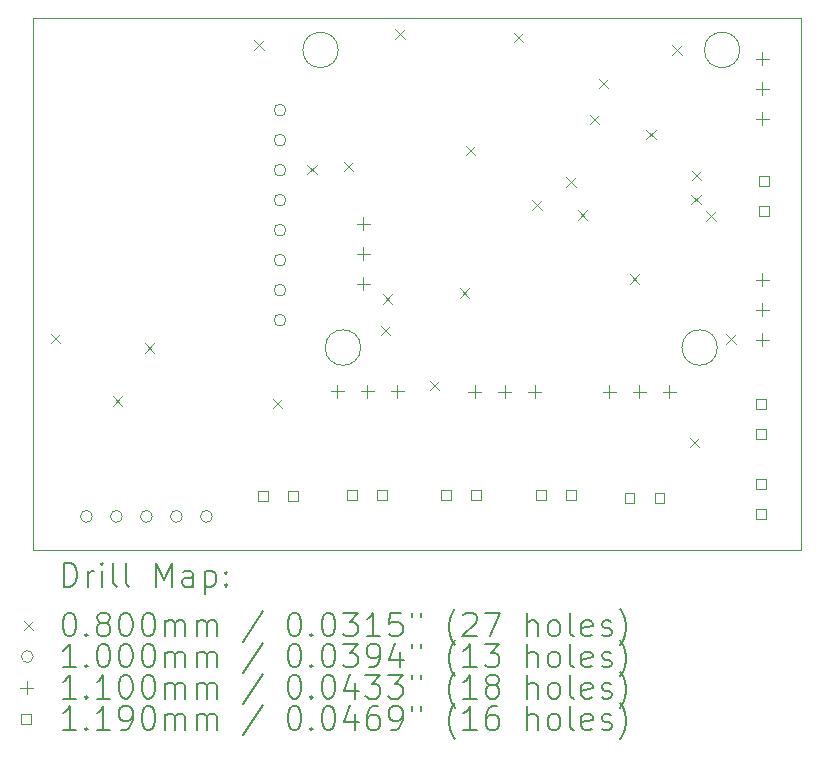
<source format=gbr>
%TF.GenerationSoftware,KiCad,Pcbnew,8.0.5-8.0.5-0~ubuntu22.04.1*%
%TF.CreationDate,2025-05-20T11:09:29+05:30*%
%TF.ProjectId,esp32_nichrome_wire,65737033-325f-46e6-9963-68726f6d655f,rev?*%
%TF.SameCoordinates,Original*%
%TF.FileFunction,Drillmap*%
%TF.FilePolarity,Positive*%
%FSLAX45Y45*%
G04 Gerber Fmt 4.5, Leading zero omitted, Abs format (unit mm)*
G04 Created by KiCad (PCBNEW 8.0.5-8.0.5-0~ubuntu22.04.1) date 2025-05-20 11:09:29*
%MOMM*%
%LPD*%
G01*
G04 APERTURE LIST*
%ADD10C,0.050000*%
%ADD11C,0.200000*%
%ADD12C,0.100000*%
%ADD13C,0.110000*%
%ADD14C,0.119000*%
G04 APERTURE END LIST*
D10*
X-3086500Y-4676500D02*
G75*
G02*
X-3386500Y-4676500I-150000J0D01*
G01*
X-3386500Y-4676500D02*
G75*
G02*
X-3086500Y-4676500I150000J0D01*
G01*
X-8876500Y-1886500D02*
X-2376500Y-1886500D01*
X-2376500Y-6386500D01*
X-8876500Y-6386500D01*
X-8876500Y-1886500D01*
X-2896500Y-2156500D02*
G75*
G02*
X-3196500Y-2156500I-150000J0D01*
G01*
X-3196500Y-2156500D02*
G75*
G02*
X-2896500Y-2156500I150000J0D01*
G01*
X-6296500Y-2156500D02*
G75*
G02*
X-6596500Y-2156500I-150000J0D01*
G01*
X-6596500Y-2156500D02*
G75*
G02*
X-6296500Y-2156500I150000J0D01*
G01*
X-6106500Y-4676500D02*
G75*
G02*
X-6406500Y-4676500I-150000J0D01*
G01*
X-6406500Y-4676500D02*
G75*
G02*
X-6106500Y-4676500I150000J0D01*
G01*
D11*
D12*
X-8729000Y-4561500D02*
X-8649000Y-4641500D01*
X-8649000Y-4561500D02*
X-8729000Y-4641500D01*
X-8204000Y-5089000D02*
X-8124000Y-5169000D01*
X-8124000Y-5089000D02*
X-8204000Y-5169000D01*
X-7936500Y-4639000D02*
X-7856500Y-4719000D01*
X-7856500Y-4639000D02*
X-7936500Y-4719000D01*
X-7006500Y-2074000D02*
X-6926500Y-2154000D01*
X-6926500Y-2074000D02*
X-7006500Y-2154000D01*
X-6849000Y-5111500D02*
X-6769000Y-5191500D01*
X-6769000Y-5111500D02*
X-6849000Y-5191500D01*
X-6559000Y-3129000D02*
X-6479000Y-3209000D01*
X-6479000Y-3129000D02*
X-6559000Y-3209000D01*
X-6251500Y-3104000D02*
X-6171500Y-3184000D01*
X-6171500Y-3104000D02*
X-6251500Y-3184000D01*
X-5934000Y-4491500D02*
X-5854000Y-4571500D01*
X-5854000Y-4491500D02*
X-5934000Y-4571500D01*
X-5921500Y-4226500D02*
X-5841500Y-4306500D01*
X-5841500Y-4226500D02*
X-5921500Y-4306500D01*
X-5812500Y-1982500D02*
X-5732500Y-2062500D01*
X-5732500Y-1982500D02*
X-5812500Y-2062500D01*
X-5519000Y-4956500D02*
X-5439000Y-5036500D01*
X-5439000Y-4956500D02*
X-5519000Y-5036500D01*
X-5269625Y-4175875D02*
X-5189625Y-4255875D01*
X-5189625Y-4175875D02*
X-5269625Y-4255875D01*
X-5216500Y-2966500D02*
X-5136500Y-3046500D01*
X-5136500Y-2966500D02*
X-5216500Y-3046500D01*
X-4810000Y-2012500D02*
X-4730000Y-2092500D01*
X-4730000Y-2012500D02*
X-4810000Y-2092500D01*
X-4654000Y-3429000D02*
X-4574000Y-3509000D01*
X-4574000Y-3429000D02*
X-4654000Y-3509000D01*
X-4364000Y-3236500D02*
X-4284000Y-3316500D01*
X-4284000Y-3236500D02*
X-4364000Y-3316500D01*
X-4267500Y-3512500D02*
X-4187500Y-3592500D01*
X-4187500Y-3512500D02*
X-4267500Y-3592500D01*
X-4166500Y-2704000D02*
X-4086500Y-2784000D01*
X-4086500Y-2704000D02*
X-4166500Y-2784000D01*
X-4089000Y-2399000D02*
X-4009000Y-2479000D01*
X-4009000Y-2399000D02*
X-4089000Y-2479000D01*
X-3830000Y-4057500D02*
X-3750000Y-4137500D01*
X-3750000Y-4057500D02*
X-3830000Y-4137500D01*
X-3690000Y-2832500D02*
X-3610000Y-2912500D01*
X-3610000Y-2832500D02*
X-3690000Y-2912500D01*
X-3466500Y-2117500D02*
X-3386500Y-2197500D01*
X-3386500Y-2117500D02*
X-3466500Y-2197500D01*
X-3321500Y-5441500D02*
X-3241500Y-5521500D01*
X-3241500Y-5441500D02*
X-3321500Y-5521500D01*
X-3309000Y-3384000D02*
X-3229000Y-3464000D01*
X-3229000Y-3384000D02*
X-3309000Y-3464000D01*
X-3304000Y-3179000D02*
X-3224000Y-3259000D01*
X-3224000Y-3179000D02*
X-3304000Y-3259000D01*
X-3181500Y-3524000D02*
X-3101500Y-3604000D01*
X-3101500Y-3524000D02*
X-3181500Y-3604000D01*
X-3010000Y-4562500D02*
X-2930000Y-4642500D01*
X-2930000Y-4562500D02*
X-3010000Y-4642500D01*
X-8378500Y-6106500D02*
G75*
G02*
X-8478500Y-6106500I-50000J0D01*
G01*
X-8478500Y-6106500D02*
G75*
G02*
X-8378500Y-6106500I50000J0D01*
G01*
X-8124500Y-6106500D02*
G75*
G02*
X-8224500Y-6106500I-50000J0D01*
G01*
X-8224500Y-6106500D02*
G75*
G02*
X-8124500Y-6106500I50000J0D01*
G01*
X-7870500Y-6106500D02*
G75*
G02*
X-7970500Y-6106500I-50000J0D01*
G01*
X-7970500Y-6106500D02*
G75*
G02*
X-7870500Y-6106500I50000J0D01*
G01*
X-7616500Y-6106500D02*
G75*
G02*
X-7716500Y-6106500I-50000J0D01*
G01*
X-7716500Y-6106500D02*
G75*
G02*
X-7616500Y-6106500I50000J0D01*
G01*
X-7362500Y-6106500D02*
G75*
G02*
X-7462500Y-6106500I-50000J0D01*
G01*
X-7462500Y-6106500D02*
G75*
G02*
X-7362500Y-6106500I50000J0D01*
G01*
X-6739500Y-2666000D02*
G75*
G02*
X-6839500Y-2666000I-50000J0D01*
G01*
X-6839500Y-2666000D02*
G75*
G02*
X-6739500Y-2666000I50000J0D01*
G01*
X-6739500Y-2920000D02*
G75*
G02*
X-6839500Y-2920000I-50000J0D01*
G01*
X-6839500Y-2920000D02*
G75*
G02*
X-6739500Y-2920000I50000J0D01*
G01*
X-6739500Y-3174000D02*
G75*
G02*
X-6839500Y-3174000I-50000J0D01*
G01*
X-6839500Y-3174000D02*
G75*
G02*
X-6739500Y-3174000I50000J0D01*
G01*
X-6739500Y-3428000D02*
G75*
G02*
X-6839500Y-3428000I-50000J0D01*
G01*
X-6839500Y-3428000D02*
G75*
G02*
X-6739500Y-3428000I50000J0D01*
G01*
X-6739500Y-3682000D02*
G75*
G02*
X-6839500Y-3682000I-50000J0D01*
G01*
X-6839500Y-3682000D02*
G75*
G02*
X-6739500Y-3682000I50000J0D01*
G01*
X-6739500Y-3936000D02*
G75*
G02*
X-6839500Y-3936000I-50000J0D01*
G01*
X-6839500Y-3936000D02*
G75*
G02*
X-6739500Y-3936000I50000J0D01*
G01*
X-6739500Y-4190000D02*
G75*
G02*
X-6839500Y-4190000I-50000J0D01*
G01*
X-6839500Y-4190000D02*
G75*
G02*
X-6739500Y-4190000I50000J0D01*
G01*
X-6739500Y-4444000D02*
G75*
G02*
X-6839500Y-4444000I-50000J0D01*
G01*
X-6839500Y-4444000D02*
G75*
G02*
X-6739500Y-4444000I50000J0D01*
G01*
D13*
X-6304500Y-4991500D02*
X-6304500Y-5101500D01*
X-6359500Y-5046500D02*
X-6249500Y-5046500D01*
X-6086500Y-3573500D02*
X-6086500Y-3683500D01*
X-6141500Y-3628500D02*
X-6031500Y-3628500D01*
X-6086500Y-3827500D02*
X-6086500Y-3937500D01*
X-6141500Y-3882500D02*
X-6031500Y-3882500D01*
X-6086500Y-4081500D02*
X-6086500Y-4191500D01*
X-6141500Y-4136500D02*
X-6031500Y-4136500D01*
X-6050500Y-4991500D02*
X-6050500Y-5101500D01*
X-6105500Y-5046500D02*
X-5995500Y-5046500D01*
X-5796500Y-4991500D02*
X-5796500Y-5101500D01*
X-5851500Y-5046500D02*
X-5741500Y-5046500D01*
X-5140500Y-4997000D02*
X-5140500Y-5107000D01*
X-5195500Y-5052000D02*
X-5085500Y-5052000D01*
X-4886500Y-4997000D02*
X-4886500Y-5107000D01*
X-4941500Y-5052000D02*
X-4831500Y-5052000D01*
X-4632500Y-4997000D02*
X-4632500Y-5107000D01*
X-4687500Y-5052000D02*
X-4577500Y-5052000D01*
X-4000500Y-4997000D02*
X-4000500Y-5107000D01*
X-4055500Y-5052000D02*
X-3945500Y-5052000D01*
X-3746500Y-4997000D02*
X-3746500Y-5107000D01*
X-3801500Y-5052000D02*
X-3691500Y-5052000D01*
X-3492500Y-4997000D02*
X-3492500Y-5107000D01*
X-3547500Y-5052000D02*
X-3437500Y-5052000D01*
X-2704500Y-2177500D02*
X-2704500Y-2287500D01*
X-2759500Y-2232500D02*
X-2649500Y-2232500D01*
X-2704500Y-2431500D02*
X-2704500Y-2541500D01*
X-2759500Y-2486500D02*
X-2649500Y-2486500D01*
X-2704500Y-2685500D02*
X-2704500Y-2795500D01*
X-2759500Y-2740500D02*
X-2649500Y-2740500D01*
X-2704500Y-4047500D02*
X-2704500Y-4157500D01*
X-2759500Y-4102500D02*
X-2649500Y-4102500D01*
X-2704500Y-4301500D02*
X-2704500Y-4411500D01*
X-2759500Y-4356500D02*
X-2649500Y-4356500D01*
X-2704500Y-4555500D02*
X-2704500Y-4665500D01*
X-2759500Y-4610500D02*
X-2649500Y-4610500D01*
D14*
X-6888427Y-5978573D02*
X-6888427Y-5894427D01*
X-6972573Y-5894427D01*
X-6972573Y-5978573D01*
X-6888427Y-5978573D01*
X-6634427Y-5978573D02*
X-6634427Y-5894427D01*
X-6718573Y-5894427D01*
X-6718573Y-5978573D01*
X-6634427Y-5978573D01*
X-6138427Y-5968573D02*
X-6138427Y-5884427D01*
X-6222573Y-5884427D01*
X-6222573Y-5968573D01*
X-6138427Y-5968573D01*
X-5884427Y-5968573D02*
X-5884427Y-5884427D01*
X-5968573Y-5884427D01*
X-5968573Y-5968573D01*
X-5884427Y-5968573D01*
X-5338427Y-5968573D02*
X-5338427Y-5884427D01*
X-5422573Y-5884427D01*
X-5422573Y-5968573D01*
X-5338427Y-5968573D01*
X-5084427Y-5968573D02*
X-5084427Y-5884427D01*
X-5168573Y-5884427D01*
X-5168573Y-5968573D01*
X-5084427Y-5968573D01*
X-4538427Y-5968573D02*
X-4538427Y-5884427D01*
X-4622573Y-5884427D01*
X-4622573Y-5968573D01*
X-4538427Y-5968573D01*
X-4284427Y-5968573D02*
X-4284427Y-5884427D01*
X-4368573Y-5884427D01*
X-4368573Y-5968573D01*
X-4284427Y-5968573D01*
X-3788427Y-5988573D02*
X-3788427Y-5904427D01*
X-3872573Y-5904427D01*
X-3872573Y-5988573D01*
X-3788427Y-5988573D01*
X-3534427Y-5988573D02*
X-3534427Y-5904427D01*
X-3618573Y-5904427D01*
X-3618573Y-5988573D01*
X-3534427Y-5988573D01*
X-2674427Y-5874573D02*
X-2674427Y-5790427D01*
X-2758573Y-5790427D01*
X-2758573Y-5874573D01*
X-2674427Y-5874573D01*
X-2674427Y-6128573D02*
X-2674427Y-6044427D01*
X-2758573Y-6044427D01*
X-2758573Y-6128573D01*
X-2674427Y-6128573D01*
X-2672427Y-5198573D02*
X-2672427Y-5114427D01*
X-2756573Y-5114427D01*
X-2756573Y-5198573D01*
X-2672427Y-5198573D01*
X-2672427Y-5452573D02*
X-2672427Y-5368427D01*
X-2756573Y-5368427D01*
X-2756573Y-5452573D01*
X-2672427Y-5452573D01*
X-2652427Y-3304573D02*
X-2652427Y-3220427D01*
X-2736573Y-3220427D01*
X-2736573Y-3304573D01*
X-2652427Y-3304573D01*
X-2652427Y-3558573D02*
X-2652427Y-3474427D01*
X-2736573Y-3474427D01*
X-2736573Y-3558573D01*
X-2652427Y-3558573D01*
D11*
X-8618223Y-6700484D02*
X-8618223Y-6500484D01*
X-8618223Y-6500484D02*
X-8570604Y-6500484D01*
X-8570604Y-6500484D02*
X-8542033Y-6510008D01*
X-8542033Y-6510008D02*
X-8522985Y-6529055D01*
X-8522985Y-6529055D02*
X-8513461Y-6548103D01*
X-8513461Y-6548103D02*
X-8503937Y-6586198D01*
X-8503937Y-6586198D02*
X-8503937Y-6614769D01*
X-8503937Y-6614769D02*
X-8513461Y-6652865D01*
X-8513461Y-6652865D02*
X-8522985Y-6671912D01*
X-8522985Y-6671912D02*
X-8542033Y-6690960D01*
X-8542033Y-6690960D02*
X-8570604Y-6700484D01*
X-8570604Y-6700484D02*
X-8618223Y-6700484D01*
X-8418223Y-6700484D02*
X-8418223Y-6567150D01*
X-8418223Y-6605246D02*
X-8408699Y-6586198D01*
X-8408699Y-6586198D02*
X-8399176Y-6576674D01*
X-8399176Y-6576674D02*
X-8380128Y-6567150D01*
X-8380128Y-6567150D02*
X-8361080Y-6567150D01*
X-8294414Y-6700484D02*
X-8294414Y-6567150D01*
X-8294414Y-6500484D02*
X-8303937Y-6510008D01*
X-8303937Y-6510008D02*
X-8294414Y-6519531D01*
X-8294414Y-6519531D02*
X-8284890Y-6510008D01*
X-8284890Y-6510008D02*
X-8294414Y-6500484D01*
X-8294414Y-6500484D02*
X-8294414Y-6519531D01*
X-8170604Y-6700484D02*
X-8189652Y-6690960D01*
X-8189652Y-6690960D02*
X-8199175Y-6671912D01*
X-8199175Y-6671912D02*
X-8199175Y-6500484D01*
X-8065842Y-6700484D02*
X-8084890Y-6690960D01*
X-8084890Y-6690960D02*
X-8094414Y-6671912D01*
X-8094414Y-6671912D02*
X-8094414Y-6500484D01*
X-7837271Y-6700484D02*
X-7837271Y-6500484D01*
X-7837271Y-6500484D02*
X-7770604Y-6643341D01*
X-7770604Y-6643341D02*
X-7703937Y-6500484D01*
X-7703937Y-6500484D02*
X-7703937Y-6700484D01*
X-7522985Y-6700484D02*
X-7522985Y-6595722D01*
X-7522985Y-6595722D02*
X-7532509Y-6576674D01*
X-7532509Y-6576674D02*
X-7551556Y-6567150D01*
X-7551556Y-6567150D02*
X-7589652Y-6567150D01*
X-7589652Y-6567150D02*
X-7608699Y-6576674D01*
X-7522985Y-6690960D02*
X-7542033Y-6700484D01*
X-7542033Y-6700484D02*
X-7589652Y-6700484D01*
X-7589652Y-6700484D02*
X-7608699Y-6690960D01*
X-7608699Y-6690960D02*
X-7618223Y-6671912D01*
X-7618223Y-6671912D02*
X-7618223Y-6652865D01*
X-7618223Y-6652865D02*
X-7608699Y-6633817D01*
X-7608699Y-6633817D02*
X-7589652Y-6624293D01*
X-7589652Y-6624293D02*
X-7542033Y-6624293D01*
X-7542033Y-6624293D02*
X-7522985Y-6614769D01*
X-7427747Y-6567150D02*
X-7427747Y-6767150D01*
X-7427747Y-6576674D02*
X-7408699Y-6567150D01*
X-7408699Y-6567150D02*
X-7370604Y-6567150D01*
X-7370604Y-6567150D02*
X-7351556Y-6576674D01*
X-7351556Y-6576674D02*
X-7342033Y-6586198D01*
X-7342033Y-6586198D02*
X-7332509Y-6605246D01*
X-7332509Y-6605246D02*
X-7332509Y-6662388D01*
X-7332509Y-6662388D02*
X-7342033Y-6681436D01*
X-7342033Y-6681436D02*
X-7351556Y-6690960D01*
X-7351556Y-6690960D02*
X-7370604Y-6700484D01*
X-7370604Y-6700484D02*
X-7408699Y-6700484D01*
X-7408699Y-6700484D02*
X-7427747Y-6690960D01*
X-7246794Y-6681436D02*
X-7237271Y-6690960D01*
X-7237271Y-6690960D02*
X-7246794Y-6700484D01*
X-7246794Y-6700484D02*
X-7256318Y-6690960D01*
X-7256318Y-6690960D02*
X-7246794Y-6681436D01*
X-7246794Y-6681436D02*
X-7246794Y-6700484D01*
X-7246794Y-6576674D02*
X-7237271Y-6586198D01*
X-7237271Y-6586198D02*
X-7246794Y-6595722D01*
X-7246794Y-6595722D02*
X-7256318Y-6586198D01*
X-7256318Y-6586198D02*
X-7246794Y-6576674D01*
X-7246794Y-6576674D02*
X-7246794Y-6595722D01*
D12*
X-8959000Y-6989000D02*
X-8879000Y-7069000D01*
X-8879000Y-6989000D02*
X-8959000Y-7069000D01*
D11*
X-8580128Y-6920484D02*
X-8561080Y-6920484D01*
X-8561080Y-6920484D02*
X-8542033Y-6930008D01*
X-8542033Y-6930008D02*
X-8532509Y-6939531D01*
X-8532509Y-6939531D02*
X-8522985Y-6958579D01*
X-8522985Y-6958579D02*
X-8513461Y-6996674D01*
X-8513461Y-6996674D02*
X-8513461Y-7044293D01*
X-8513461Y-7044293D02*
X-8522985Y-7082388D01*
X-8522985Y-7082388D02*
X-8532509Y-7101436D01*
X-8532509Y-7101436D02*
X-8542033Y-7110960D01*
X-8542033Y-7110960D02*
X-8561080Y-7120484D01*
X-8561080Y-7120484D02*
X-8580128Y-7120484D01*
X-8580128Y-7120484D02*
X-8599176Y-7110960D01*
X-8599176Y-7110960D02*
X-8608699Y-7101436D01*
X-8608699Y-7101436D02*
X-8618223Y-7082388D01*
X-8618223Y-7082388D02*
X-8627747Y-7044293D01*
X-8627747Y-7044293D02*
X-8627747Y-6996674D01*
X-8627747Y-6996674D02*
X-8618223Y-6958579D01*
X-8618223Y-6958579D02*
X-8608699Y-6939531D01*
X-8608699Y-6939531D02*
X-8599176Y-6930008D01*
X-8599176Y-6930008D02*
X-8580128Y-6920484D01*
X-8427747Y-7101436D02*
X-8418223Y-7110960D01*
X-8418223Y-7110960D02*
X-8427747Y-7120484D01*
X-8427747Y-7120484D02*
X-8437271Y-7110960D01*
X-8437271Y-7110960D02*
X-8427747Y-7101436D01*
X-8427747Y-7101436D02*
X-8427747Y-7120484D01*
X-8303937Y-7006198D02*
X-8322985Y-6996674D01*
X-8322985Y-6996674D02*
X-8332509Y-6987150D01*
X-8332509Y-6987150D02*
X-8342033Y-6968103D01*
X-8342033Y-6968103D02*
X-8342033Y-6958579D01*
X-8342033Y-6958579D02*
X-8332509Y-6939531D01*
X-8332509Y-6939531D02*
X-8322985Y-6930008D01*
X-8322985Y-6930008D02*
X-8303937Y-6920484D01*
X-8303937Y-6920484D02*
X-8265842Y-6920484D01*
X-8265842Y-6920484D02*
X-8246794Y-6930008D01*
X-8246794Y-6930008D02*
X-8237271Y-6939531D01*
X-8237271Y-6939531D02*
X-8227747Y-6958579D01*
X-8227747Y-6958579D02*
X-8227747Y-6968103D01*
X-8227747Y-6968103D02*
X-8237271Y-6987150D01*
X-8237271Y-6987150D02*
X-8246794Y-6996674D01*
X-8246794Y-6996674D02*
X-8265842Y-7006198D01*
X-8265842Y-7006198D02*
X-8303937Y-7006198D01*
X-8303937Y-7006198D02*
X-8322985Y-7015722D01*
X-8322985Y-7015722D02*
X-8332509Y-7025246D01*
X-8332509Y-7025246D02*
X-8342033Y-7044293D01*
X-8342033Y-7044293D02*
X-8342033Y-7082388D01*
X-8342033Y-7082388D02*
X-8332509Y-7101436D01*
X-8332509Y-7101436D02*
X-8322985Y-7110960D01*
X-8322985Y-7110960D02*
X-8303937Y-7120484D01*
X-8303937Y-7120484D02*
X-8265842Y-7120484D01*
X-8265842Y-7120484D02*
X-8246794Y-7110960D01*
X-8246794Y-7110960D02*
X-8237271Y-7101436D01*
X-8237271Y-7101436D02*
X-8227747Y-7082388D01*
X-8227747Y-7082388D02*
X-8227747Y-7044293D01*
X-8227747Y-7044293D02*
X-8237271Y-7025246D01*
X-8237271Y-7025246D02*
X-8246794Y-7015722D01*
X-8246794Y-7015722D02*
X-8265842Y-7006198D01*
X-8103937Y-6920484D02*
X-8084890Y-6920484D01*
X-8084890Y-6920484D02*
X-8065842Y-6930008D01*
X-8065842Y-6930008D02*
X-8056318Y-6939531D01*
X-8056318Y-6939531D02*
X-8046794Y-6958579D01*
X-8046794Y-6958579D02*
X-8037271Y-6996674D01*
X-8037271Y-6996674D02*
X-8037271Y-7044293D01*
X-8037271Y-7044293D02*
X-8046794Y-7082388D01*
X-8046794Y-7082388D02*
X-8056318Y-7101436D01*
X-8056318Y-7101436D02*
X-8065842Y-7110960D01*
X-8065842Y-7110960D02*
X-8084890Y-7120484D01*
X-8084890Y-7120484D02*
X-8103937Y-7120484D01*
X-8103937Y-7120484D02*
X-8122985Y-7110960D01*
X-8122985Y-7110960D02*
X-8132509Y-7101436D01*
X-8132509Y-7101436D02*
X-8142033Y-7082388D01*
X-8142033Y-7082388D02*
X-8151556Y-7044293D01*
X-8151556Y-7044293D02*
X-8151556Y-6996674D01*
X-8151556Y-6996674D02*
X-8142033Y-6958579D01*
X-8142033Y-6958579D02*
X-8132509Y-6939531D01*
X-8132509Y-6939531D02*
X-8122985Y-6930008D01*
X-8122985Y-6930008D02*
X-8103937Y-6920484D01*
X-7913461Y-6920484D02*
X-7894413Y-6920484D01*
X-7894413Y-6920484D02*
X-7875366Y-6930008D01*
X-7875366Y-6930008D02*
X-7865842Y-6939531D01*
X-7865842Y-6939531D02*
X-7856318Y-6958579D01*
X-7856318Y-6958579D02*
X-7846794Y-6996674D01*
X-7846794Y-6996674D02*
X-7846794Y-7044293D01*
X-7846794Y-7044293D02*
X-7856318Y-7082388D01*
X-7856318Y-7082388D02*
X-7865842Y-7101436D01*
X-7865842Y-7101436D02*
X-7875366Y-7110960D01*
X-7875366Y-7110960D02*
X-7894413Y-7120484D01*
X-7894413Y-7120484D02*
X-7913461Y-7120484D01*
X-7913461Y-7120484D02*
X-7932509Y-7110960D01*
X-7932509Y-7110960D02*
X-7942033Y-7101436D01*
X-7942033Y-7101436D02*
X-7951556Y-7082388D01*
X-7951556Y-7082388D02*
X-7961080Y-7044293D01*
X-7961080Y-7044293D02*
X-7961080Y-6996674D01*
X-7961080Y-6996674D02*
X-7951556Y-6958579D01*
X-7951556Y-6958579D02*
X-7942033Y-6939531D01*
X-7942033Y-6939531D02*
X-7932509Y-6930008D01*
X-7932509Y-6930008D02*
X-7913461Y-6920484D01*
X-7761080Y-7120484D02*
X-7761080Y-6987150D01*
X-7761080Y-7006198D02*
X-7751556Y-6996674D01*
X-7751556Y-6996674D02*
X-7732509Y-6987150D01*
X-7732509Y-6987150D02*
X-7703937Y-6987150D01*
X-7703937Y-6987150D02*
X-7684890Y-6996674D01*
X-7684890Y-6996674D02*
X-7675366Y-7015722D01*
X-7675366Y-7015722D02*
X-7675366Y-7120484D01*
X-7675366Y-7015722D02*
X-7665842Y-6996674D01*
X-7665842Y-6996674D02*
X-7646794Y-6987150D01*
X-7646794Y-6987150D02*
X-7618223Y-6987150D01*
X-7618223Y-6987150D02*
X-7599175Y-6996674D01*
X-7599175Y-6996674D02*
X-7589652Y-7015722D01*
X-7589652Y-7015722D02*
X-7589652Y-7120484D01*
X-7494413Y-7120484D02*
X-7494413Y-6987150D01*
X-7494413Y-7006198D02*
X-7484890Y-6996674D01*
X-7484890Y-6996674D02*
X-7465842Y-6987150D01*
X-7465842Y-6987150D02*
X-7437271Y-6987150D01*
X-7437271Y-6987150D02*
X-7418223Y-6996674D01*
X-7418223Y-6996674D02*
X-7408699Y-7015722D01*
X-7408699Y-7015722D02*
X-7408699Y-7120484D01*
X-7408699Y-7015722D02*
X-7399175Y-6996674D01*
X-7399175Y-6996674D02*
X-7380128Y-6987150D01*
X-7380128Y-6987150D02*
X-7351556Y-6987150D01*
X-7351556Y-6987150D02*
X-7332509Y-6996674D01*
X-7332509Y-6996674D02*
X-7322985Y-7015722D01*
X-7322985Y-7015722D02*
X-7322985Y-7120484D01*
X-6932509Y-6910960D02*
X-7103937Y-7168103D01*
X-6675366Y-6920484D02*
X-6656318Y-6920484D01*
X-6656318Y-6920484D02*
X-6637270Y-6930008D01*
X-6637270Y-6930008D02*
X-6627747Y-6939531D01*
X-6627747Y-6939531D02*
X-6618223Y-6958579D01*
X-6618223Y-6958579D02*
X-6608699Y-6996674D01*
X-6608699Y-6996674D02*
X-6608699Y-7044293D01*
X-6608699Y-7044293D02*
X-6618223Y-7082388D01*
X-6618223Y-7082388D02*
X-6627747Y-7101436D01*
X-6627747Y-7101436D02*
X-6637270Y-7110960D01*
X-6637270Y-7110960D02*
X-6656318Y-7120484D01*
X-6656318Y-7120484D02*
X-6675366Y-7120484D01*
X-6675366Y-7120484D02*
X-6694413Y-7110960D01*
X-6694413Y-7110960D02*
X-6703937Y-7101436D01*
X-6703937Y-7101436D02*
X-6713461Y-7082388D01*
X-6713461Y-7082388D02*
X-6722985Y-7044293D01*
X-6722985Y-7044293D02*
X-6722985Y-6996674D01*
X-6722985Y-6996674D02*
X-6713461Y-6958579D01*
X-6713461Y-6958579D02*
X-6703937Y-6939531D01*
X-6703937Y-6939531D02*
X-6694413Y-6930008D01*
X-6694413Y-6930008D02*
X-6675366Y-6920484D01*
X-6522985Y-7101436D02*
X-6513461Y-7110960D01*
X-6513461Y-7110960D02*
X-6522985Y-7120484D01*
X-6522985Y-7120484D02*
X-6532509Y-7110960D01*
X-6532509Y-7110960D02*
X-6522985Y-7101436D01*
X-6522985Y-7101436D02*
X-6522985Y-7120484D01*
X-6389651Y-6920484D02*
X-6370604Y-6920484D01*
X-6370604Y-6920484D02*
X-6351556Y-6930008D01*
X-6351556Y-6930008D02*
X-6342032Y-6939531D01*
X-6342032Y-6939531D02*
X-6332509Y-6958579D01*
X-6332509Y-6958579D02*
X-6322985Y-6996674D01*
X-6322985Y-6996674D02*
X-6322985Y-7044293D01*
X-6322985Y-7044293D02*
X-6332509Y-7082388D01*
X-6332509Y-7082388D02*
X-6342032Y-7101436D01*
X-6342032Y-7101436D02*
X-6351556Y-7110960D01*
X-6351556Y-7110960D02*
X-6370604Y-7120484D01*
X-6370604Y-7120484D02*
X-6389651Y-7120484D01*
X-6389651Y-7120484D02*
X-6408699Y-7110960D01*
X-6408699Y-7110960D02*
X-6418223Y-7101436D01*
X-6418223Y-7101436D02*
X-6427747Y-7082388D01*
X-6427747Y-7082388D02*
X-6437270Y-7044293D01*
X-6437270Y-7044293D02*
X-6437270Y-6996674D01*
X-6437270Y-6996674D02*
X-6427747Y-6958579D01*
X-6427747Y-6958579D02*
X-6418223Y-6939531D01*
X-6418223Y-6939531D02*
X-6408699Y-6930008D01*
X-6408699Y-6930008D02*
X-6389651Y-6920484D01*
X-6256318Y-6920484D02*
X-6132509Y-6920484D01*
X-6132509Y-6920484D02*
X-6199175Y-6996674D01*
X-6199175Y-6996674D02*
X-6170604Y-6996674D01*
X-6170604Y-6996674D02*
X-6151556Y-7006198D01*
X-6151556Y-7006198D02*
X-6142032Y-7015722D01*
X-6142032Y-7015722D02*
X-6132509Y-7034769D01*
X-6132509Y-7034769D02*
X-6132509Y-7082388D01*
X-6132509Y-7082388D02*
X-6142032Y-7101436D01*
X-6142032Y-7101436D02*
X-6151556Y-7110960D01*
X-6151556Y-7110960D02*
X-6170604Y-7120484D01*
X-6170604Y-7120484D02*
X-6227747Y-7120484D01*
X-6227747Y-7120484D02*
X-6246794Y-7110960D01*
X-6246794Y-7110960D02*
X-6256318Y-7101436D01*
X-5942032Y-7120484D02*
X-6056318Y-7120484D01*
X-5999175Y-7120484D02*
X-5999175Y-6920484D01*
X-5999175Y-6920484D02*
X-6018223Y-6949055D01*
X-6018223Y-6949055D02*
X-6037270Y-6968103D01*
X-6037270Y-6968103D02*
X-6056318Y-6977627D01*
X-5761080Y-6920484D02*
X-5856318Y-6920484D01*
X-5856318Y-6920484D02*
X-5865842Y-7015722D01*
X-5865842Y-7015722D02*
X-5856318Y-7006198D01*
X-5856318Y-7006198D02*
X-5837270Y-6996674D01*
X-5837270Y-6996674D02*
X-5789651Y-6996674D01*
X-5789651Y-6996674D02*
X-5770604Y-7006198D01*
X-5770604Y-7006198D02*
X-5761080Y-7015722D01*
X-5761080Y-7015722D02*
X-5751556Y-7034769D01*
X-5751556Y-7034769D02*
X-5751556Y-7082388D01*
X-5751556Y-7082388D02*
X-5761080Y-7101436D01*
X-5761080Y-7101436D02*
X-5770604Y-7110960D01*
X-5770604Y-7110960D02*
X-5789651Y-7120484D01*
X-5789651Y-7120484D02*
X-5837270Y-7120484D01*
X-5837270Y-7120484D02*
X-5856318Y-7110960D01*
X-5856318Y-7110960D02*
X-5865842Y-7101436D01*
X-5675366Y-6920484D02*
X-5675366Y-6958579D01*
X-5599175Y-6920484D02*
X-5599175Y-6958579D01*
X-5303937Y-7196674D02*
X-5313461Y-7187150D01*
X-5313461Y-7187150D02*
X-5332509Y-7158579D01*
X-5332509Y-7158579D02*
X-5342032Y-7139531D01*
X-5342032Y-7139531D02*
X-5351556Y-7110960D01*
X-5351556Y-7110960D02*
X-5361080Y-7063341D01*
X-5361080Y-7063341D02*
X-5361080Y-7025246D01*
X-5361080Y-7025246D02*
X-5351556Y-6977627D01*
X-5351556Y-6977627D02*
X-5342032Y-6949055D01*
X-5342032Y-6949055D02*
X-5332509Y-6930008D01*
X-5332509Y-6930008D02*
X-5313461Y-6901436D01*
X-5313461Y-6901436D02*
X-5303937Y-6891912D01*
X-5237270Y-6939531D02*
X-5227747Y-6930008D01*
X-5227747Y-6930008D02*
X-5208699Y-6920484D01*
X-5208699Y-6920484D02*
X-5161080Y-6920484D01*
X-5161080Y-6920484D02*
X-5142032Y-6930008D01*
X-5142032Y-6930008D02*
X-5132509Y-6939531D01*
X-5132509Y-6939531D02*
X-5122985Y-6958579D01*
X-5122985Y-6958579D02*
X-5122985Y-6977627D01*
X-5122985Y-6977627D02*
X-5132509Y-7006198D01*
X-5132509Y-7006198D02*
X-5246794Y-7120484D01*
X-5246794Y-7120484D02*
X-5122985Y-7120484D01*
X-5056318Y-6920484D02*
X-4922985Y-6920484D01*
X-4922985Y-6920484D02*
X-5008699Y-7120484D01*
X-4694413Y-7120484D02*
X-4694413Y-6920484D01*
X-4608699Y-7120484D02*
X-4608699Y-7015722D01*
X-4608699Y-7015722D02*
X-4618223Y-6996674D01*
X-4618223Y-6996674D02*
X-4637270Y-6987150D01*
X-4637270Y-6987150D02*
X-4665842Y-6987150D01*
X-4665842Y-6987150D02*
X-4684889Y-6996674D01*
X-4684889Y-6996674D02*
X-4694413Y-7006198D01*
X-4484889Y-7120484D02*
X-4503937Y-7110960D01*
X-4503937Y-7110960D02*
X-4513461Y-7101436D01*
X-4513461Y-7101436D02*
X-4522985Y-7082388D01*
X-4522985Y-7082388D02*
X-4522985Y-7025246D01*
X-4522985Y-7025246D02*
X-4513461Y-7006198D01*
X-4513461Y-7006198D02*
X-4503937Y-6996674D01*
X-4503937Y-6996674D02*
X-4484889Y-6987150D01*
X-4484889Y-6987150D02*
X-4456318Y-6987150D01*
X-4456318Y-6987150D02*
X-4437270Y-6996674D01*
X-4437270Y-6996674D02*
X-4427747Y-7006198D01*
X-4427747Y-7006198D02*
X-4418223Y-7025246D01*
X-4418223Y-7025246D02*
X-4418223Y-7082388D01*
X-4418223Y-7082388D02*
X-4427747Y-7101436D01*
X-4427747Y-7101436D02*
X-4437270Y-7110960D01*
X-4437270Y-7110960D02*
X-4456318Y-7120484D01*
X-4456318Y-7120484D02*
X-4484889Y-7120484D01*
X-4303937Y-7120484D02*
X-4322985Y-7110960D01*
X-4322985Y-7110960D02*
X-4332508Y-7091912D01*
X-4332508Y-7091912D02*
X-4332508Y-6920484D01*
X-4151556Y-7110960D02*
X-4170604Y-7120484D01*
X-4170604Y-7120484D02*
X-4208699Y-7120484D01*
X-4208699Y-7120484D02*
X-4227747Y-7110960D01*
X-4227747Y-7110960D02*
X-4237270Y-7091912D01*
X-4237270Y-7091912D02*
X-4237270Y-7015722D01*
X-4237270Y-7015722D02*
X-4227747Y-6996674D01*
X-4227747Y-6996674D02*
X-4208699Y-6987150D01*
X-4208699Y-6987150D02*
X-4170604Y-6987150D01*
X-4170604Y-6987150D02*
X-4151556Y-6996674D01*
X-4151556Y-6996674D02*
X-4142032Y-7015722D01*
X-4142032Y-7015722D02*
X-4142032Y-7034769D01*
X-4142032Y-7034769D02*
X-4237270Y-7053817D01*
X-4065842Y-7110960D02*
X-4046794Y-7120484D01*
X-4046794Y-7120484D02*
X-4008699Y-7120484D01*
X-4008699Y-7120484D02*
X-3989651Y-7110960D01*
X-3989651Y-7110960D02*
X-3980127Y-7091912D01*
X-3980127Y-7091912D02*
X-3980127Y-7082388D01*
X-3980127Y-7082388D02*
X-3989651Y-7063341D01*
X-3989651Y-7063341D02*
X-4008699Y-7053817D01*
X-4008699Y-7053817D02*
X-4037270Y-7053817D01*
X-4037270Y-7053817D02*
X-4056318Y-7044293D01*
X-4056318Y-7044293D02*
X-4065842Y-7025246D01*
X-4065842Y-7025246D02*
X-4065842Y-7015722D01*
X-4065842Y-7015722D02*
X-4056318Y-6996674D01*
X-4056318Y-6996674D02*
X-4037270Y-6987150D01*
X-4037270Y-6987150D02*
X-4008699Y-6987150D01*
X-4008699Y-6987150D02*
X-3989651Y-6996674D01*
X-3913461Y-7196674D02*
X-3903937Y-7187150D01*
X-3903937Y-7187150D02*
X-3884889Y-7158579D01*
X-3884889Y-7158579D02*
X-3875365Y-7139531D01*
X-3875365Y-7139531D02*
X-3865842Y-7110960D01*
X-3865842Y-7110960D02*
X-3856318Y-7063341D01*
X-3856318Y-7063341D02*
X-3856318Y-7025246D01*
X-3856318Y-7025246D02*
X-3865842Y-6977627D01*
X-3865842Y-6977627D02*
X-3875365Y-6949055D01*
X-3875365Y-6949055D02*
X-3884889Y-6930008D01*
X-3884889Y-6930008D02*
X-3903937Y-6901436D01*
X-3903937Y-6901436D02*
X-3913461Y-6891912D01*
D12*
X-8879000Y-7293000D02*
G75*
G02*
X-8979000Y-7293000I-50000J0D01*
G01*
X-8979000Y-7293000D02*
G75*
G02*
X-8879000Y-7293000I50000J0D01*
G01*
D11*
X-8513461Y-7384484D02*
X-8627747Y-7384484D01*
X-8570604Y-7384484D02*
X-8570604Y-7184484D01*
X-8570604Y-7184484D02*
X-8589652Y-7213055D01*
X-8589652Y-7213055D02*
X-8608699Y-7232103D01*
X-8608699Y-7232103D02*
X-8627747Y-7241627D01*
X-8427747Y-7365436D02*
X-8418223Y-7374960D01*
X-8418223Y-7374960D02*
X-8427747Y-7384484D01*
X-8427747Y-7384484D02*
X-8437271Y-7374960D01*
X-8437271Y-7374960D02*
X-8427747Y-7365436D01*
X-8427747Y-7365436D02*
X-8427747Y-7384484D01*
X-8294414Y-7184484D02*
X-8275366Y-7184484D01*
X-8275366Y-7184484D02*
X-8256318Y-7194008D01*
X-8256318Y-7194008D02*
X-8246794Y-7203531D01*
X-8246794Y-7203531D02*
X-8237271Y-7222579D01*
X-8237271Y-7222579D02*
X-8227747Y-7260674D01*
X-8227747Y-7260674D02*
X-8227747Y-7308293D01*
X-8227747Y-7308293D02*
X-8237271Y-7346388D01*
X-8237271Y-7346388D02*
X-8246794Y-7365436D01*
X-8246794Y-7365436D02*
X-8256318Y-7374960D01*
X-8256318Y-7374960D02*
X-8275366Y-7384484D01*
X-8275366Y-7384484D02*
X-8294414Y-7384484D01*
X-8294414Y-7384484D02*
X-8313461Y-7374960D01*
X-8313461Y-7374960D02*
X-8322985Y-7365436D01*
X-8322985Y-7365436D02*
X-8332509Y-7346388D01*
X-8332509Y-7346388D02*
X-8342033Y-7308293D01*
X-8342033Y-7308293D02*
X-8342033Y-7260674D01*
X-8342033Y-7260674D02*
X-8332509Y-7222579D01*
X-8332509Y-7222579D02*
X-8322985Y-7203531D01*
X-8322985Y-7203531D02*
X-8313461Y-7194008D01*
X-8313461Y-7194008D02*
X-8294414Y-7184484D01*
X-8103937Y-7184484D02*
X-8084890Y-7184484D01*
X-8084890Y-7184484D02*
X-8065842Y-7194008D01*
X-8065842Y-7194008D02*
X-8056318Y-7203531D01*
X-8056318Y-7203531D02*
X-8046794Y-7222579D01*
X-8046794Y-7222579D02*
X-8037271Y-7260674D01*
X-8037271Y-7260674D02*
X-8037271Y-7308293D01*
X-8037271Y-7308293D02*
X-8046794Y-7346388D01*
X-8046794Y-7346388D02*
X-8056318Y-7365436D01*
X-8056318Y-7365436D02*
X-8065842Y-7374960D01*
X-8065842Y-7374960D02*
X-8084890Y-7384484D01*
X-8084890Y-7384484D02*
X-8103937Y-7384484D01*
X-8103937Y-7384484D02*
X-8122985Y-7374960D01*
X-8122985Y-7374960D02*
X-8132509Y-7365436D01*
X-8132509Y-7365436D02*
X-8142033Y-7346388D01*
X-8142033Y-7346388D02*
X-8151556Y-7308293D01*
X-8151556Y-7308293D02*
X-8151556Y-7260674D01*
X-8151556Y-7260674D02*
X-8142033Y-7222579D01*
X-8142033Y-7222579D02*
X-8132509Y-7203531D01*
X-8132509Y-7203531D02*
X-8122985Y-7194008D01*
X-8122985Y-7194008D02*
X-8103937Y-7184484D01*
X-7913461Y-7184484D02*
X-7894413Y-7184484D01*
X-7894413Y-7184484D02*
X-7875366Y-7194008D01*
X-7875366Y-7194008D02*
X-7865842Y-7203531D01*
X-7865842Y-7203531D02*
X-7856318Y-7222579D01*
X-7856318Y-7222579D02*
X-7846794Y-7260674D01*
X-7846794Y-7260674D02*
X-7846794Y-7308293D01*
X-7846794Y-7308293D02*
X-7856318Y-7346388D01*
X-7856318Y-7346388D02*
X-7865842Y-7365436D01*
X-7865842Y-7365436D02*
X-7875366Y-7374960D01*
X-7875366Y-7374960D02*
X-7894413Y-7384484D01*
X-7894413Y-7384484D02*
X-7913461Y-7384484D01*
X-7913461Y-7384484D02*
X-7932509Y-7374960D01*
X-7932509Y-7374960D02*
X-7942033Y-7365436D01*
X-7942033Y-7365436D02*
X-7951556Y-7346388D01*
X-7951556Y-7346388D02*
X-7961080Y-7308293D01*
X-7961080Y-7308293D02*
X-7961080Y-7260674D01*
X-7961080Y-7260674D02*
X-7951556Y-7222579D01*
X-7951556Y-7222579D02*
X-7942033Y-7203531D01*
X-7942033Y-7203531D02*
X-7932509Y-7194008D01*
X-7932509Y-7194008D02*
X-7913461Y-7184484D01*
X-7761080Y-7384484D02*
X-7761080Y-7251150D01*
X-7761080Y-7270198D02*
X-7751556Y-7260674D01*
X-7751556Y-7260674D02*
X-7732509Y-7251150D01*
X-7732509Y-7251150D02*
X-7703937Y-7251150D01*
X-7703937Y-7251150D02*
X-7684890Y-7260674D01*
X-7684890Y-7260674D02*
X-7675366Y-7279722D01*
X-7675366Y-7279722D02*
X-7675366Y-7384484D01*
X-7675366Y-7279722D02*
X-7665842Y-7260674D01*
X-7665842Y-7260674D02*
X-7646794Y-7251150D01*
X-7646794Y-7251150D02*
X-7618223Y-7251150D01*
X-7618223Y-7251150D02*
X-7599175Y-7260674D01*
X-7599175Y-7260674D02*
X-7589652Y-7279722D01*
X-7589652Y-7279722D02*
X-7589652Y-7384484D01*
X-7494413Y-7384484D02*
X-7494413Y-7251150D01*
X-7494413Y-7270198D02*
X-7484890Y-7260674D01*
X-7484890Y-7260674D02*
X-7465842Y-7251150D01*
X-7465842Y-7251150D02*
X-7437271Y-7251150D01*
X-7437271Y-7251150D02*
X-7418223Y-7260674D01*
X-7418223Y-7260674D02*
X-7408699Y-7279722D01*
X-7408699Y-7279722D02*
X-7408699Y-7384484D01*
X-7408699Y-7279722D02*
X-7399175Y-7260674D01*
X-7399175Y-7260674D02*
X-7380128Y-7251150D01*
X-7380128Y-7251150D02*
X-7351556Y-7251150D01*
X-7351556Y-7251150D02*
X-7332509Y-7260674D01*
X-7332509Y-7260674D02*
X-7322985Y-7279722D01*
X-7322985Y-7279722D02*
X-7322985Y-7384484D01*
X-6932509Y-7174960D02*
X-7103937Y-7432103D01*
X-6675366Y-7184484D02*
X-6656318Y-7184484D01*
X-6656318Y-7184484D02*
X-6637270Y-7194008D01*
X-6637270Y-7194008D02*
X-6627747Y-7203531D01*
X-6627747Y-7203531D02*
X-6618223Y-7222579D01*
X-6618223Y-7222579D02*
X-6608699Y-7260674D01*
X-6608699Y-7260674D02*
X-6608699Y-7308293D01*
X-6608699Y-7308293D02*
X-6618223Y-7346388D01*
X-6618223Y-7346388D02*
X-6627747Y-7365436D01*
X-6627747Y-7365436D02*
X-6637270Y-7374960D01*
X-6637270Y-7374960D02*
X-6656318Y-7384484D01*
X-6656318Y-7384484D02*
X-6675366Y-7384484D01*
X-6675366Y-7384484D02*
X-6694413Y-7374960D01*
X-6694413Y-7374960D02*
X-6703937Y-7365436D01*
X-6703937Y-7365436D02*
X-6713461Y-7346388D01*
X-6713461Y-7346388D02*
X-6722985Y-7308293D01*
X-6722985Y-7308293D02*
X-6722985Y-7260674D01*
X-6722985Y-7260674D02*
X-6713461Y-7222579D01*
X-6713461Y-7222579D02*
X-6703937Y-7203531D01*
X-6703937Y-7203531D02*
X-6694413Y-7194008D01*
X-6694413Y-7194008D02*
X-6675366Y-7184484D01*
X-6522985Y-7365436D02*
X-6513461Y-7374960D01*
X-6513461Y-7374960D02*
X-6522985Y-7384484D01*
X-6522985Y-7384484D02*
X-6532509Y-7374960D01*
X-6532509Y-7374960D02*
X-6522985Y-7365436D01*
X-6522985Y-7365436D02*
X-6522985Y-7384484D01*
X-6389651Y-7184484D02*
X-6370604Y-7184484D01*
X-6370604Y-7184484D02*
X-6351556Y-7194008D01*
X-6351556Y-7194008D02*
X-6342032Y-7203531D01*
X-6342032Y-7203531D02*
X-6332509Y-7222579D01*
X-6332509Y-7222579D02*
X-6322985Y-7260674D01*
X-6322985Y-7260674D02*
X-6322985Y-7308293D01*
X-6322985Y-7308293D02*
X-6332509Y-7346388D01*
X-6332509Y-7346388D02*
X-6342032Y-7365436D01*
X-6342032Y-7365436D02*
X-6351556Y-7374960D01*
X-6351556Y-7374960D02*
X-6370604Y-7384484D01*
X-6370604Y-7384484D02*
X-6389651Y-7384484D01*
X-6389651Y-7384484D02*
X-6408699Y-7374960D01*
X-6408699Y-7374960D02*
X-6418223Y-7365436D01*
X-6418223Y-7365436D02*
X-6427747Y-7346388D01*
X-6427747Y-7346388D02*
X-6437270Y-7308293D01*
X-6437270Y-7308293D02*
X-6437270Y-7260674D01*
X-6437270Y-7260674D02*
X-6427747Y-7222579D01*
X-6427747Y-7222579D02*
X-6418223Y-7203531D01*
X-6418223Y-7203531D02*
X-6408699Y-7194008D01*
X-6408699Y-7194008D02*
X-6389651Y-7184484D01*
X-6256318Y-7184484D02*
X-6132509Y-7184484D01*
X-6132509Y-7184484D02*
X-6199175Y-7260674D01*
X-6199175Y-7260674D02*
X-6170604Y-7260674D01*
X-6170604Y-7260674D02*
X-6151556Y-7270198D01*
X-6151556Y-7270198D02*
X-6142032Y-7279722D01*
X-6142032Y-7279722D02*
X-6132509Y-7298769D01*
X-6132509Y-7298769D02*
X-6132509Y-7346388D01*
X-6132509Y-7346388D02*
X-6142032Y-7365436D01*
X-6142032Y-7365436D02*
X-6151556Y-7374960D01*
X-6151556Y-7374960D02*
X-6170604Y-7384484D01*
X-6170604Y-7384484D02*
X-6227747Y-7384484D01*
X-6227747Y-7384484D02*
X-6246794Y-7374960D01*
X-6246794Y-7374960D02*
X-6256318Y-7365436D01*
X-6037270Y-7384484D02*
X-5999175Y-7384484D01*
X-5999175Y-7384484D02*
X-5980128Y-7374960D01*
X-5980128Y-7374960D02*
X-5970604Y-7365436D01*
X-5970604Y-7365436D02*
X-5951556Y-7336865D01*
X-5951556Y-7336865D02*
X-5942032Y-7298769D01*
X-5942032Y-7298769D02*
X-5942032Y-7222579D01*
X-5942032Y-7222579D02*
X-5951556Y-7203531D01*
X-5951556Y-7203531D02*
X-5961080Y-7194008D01*
X-5961080Y-7194008D02*
X-5980128Y-7184484D01*
X-5980128Y-7184484D02*
X-6018223Y-7184484D01*
X-6018223Y-7184484D02*
X-6037270Y-7194008D01*
X-6037270Y-7194008D02*
X-6046794Y-7203531D01*
X-6046794Y-7203531D02*
X-6056318Y-7222579D01*
X-6056318Y-7222579D02*
X-6056318Y-7270198D01*
X-6056318Y-7270198D02*
X-6046794Y-7289246D01*
X-6046794Y-7289246D02*
X-6037270Y-7298769D01*
X-6037270Y-7298769D02*
X-6018223Y-7308293D01*
X-6018223Y-7308293D02*
X-5980128Y-7308293D01*
X-5980128Y-7308293D02*
X-5961080Y-7298769D01*
X-5961080Y-7298769D02*
X-5951556Y-7289246D01*
X-5951556Y-7289246D02*
X-5942032Y-7270198D01*
X-5770604Y-7251150D02*
X-5770604Y-7384484D01*
X-5818223Y-7174960D02*
X-5865842Y-7317817D01*
X-5865842Y-7317817D02*
X-5742032Y-7317817D01*
X-5675366Y-7184484D02*
X-5675366Y-7222579D01*
X-5599175Y-7184484D02*
X-5599175Y-7222579D01*
X-5303937Y-7460674D02*
X-5313461Y-7451150D01*
X-5313461Y-7451150D02*
X-5332509Y-7422579D01*
X-5332509Y-7422579D02*
X-5342032Y-7403531D01*
X-5342032Y-7403531D02*
X-5351556Y-7374960D01*
X-5351556Y-7374960D02*
X-5361080Y-7327341D01*
X-5361080Y-7327341D02*
X-5361080Y-7289246D01*
X-5361080Y-7289246D02*
X-5351556Y-7241627D01*
X-5351556Y-7241627D02*
X-5342032Y-7213055D01*
X-5342032Y-7213055D02*
X-5332509Y-7194008D01*
X-5332509Y-7194008D02*
X-5313461Y-7165436D01*
X-5313461Y-7165436D02*
X-5303937Y-7155912D01*
X-5122985Y-7384484D02*
X-5237270Y-7384484D01*
X-5180128Y-7384484D02*
X-5180128Y-7184484D01*
X-5180128Y-7184484D02*
X-5199175Y-7213055D01*
X-5199175Y-7213055D02*
X-5218223Y-7232103D01*
X-5218223Y-7232103D02*
X-5237270Y-7241627D01*
X-5056318Y-7184484D02*
X-4932509Y-7184484D01*
X-4932509Y-7184484D02*
X-4999175Y-7260674D01*
X-4999175Y-7260674D02*
X-4970604Y-7260674D01*
X-4970604Y-7260674D02*
X-4951556Y-7270198D01*
X-4951556Y-7270198D02*
X-4942032Y-7279722D01*
X-4942032Y-7279722D02*
X-4932509Y-7298769D01*
X-4932509Y-7298769D02*
X-4932509Y-7346388D01*
X-4932509Y-7346388D02*
X-4942032Y-7365436D01*
X-4942032Y-7365436D02*
X-4951556Y-7374960D01*
X-4951556Y-7374960D02*
X-4970604Y-7384484D01*
X-4970604Y-7384484D02*
X-5027747Y-7384484D01*
X-5027747Y-7384484D02*
X-5046794Y-7374960D01*
X-5046794Y-7374960D02*
X-5056318Y-7365436D01*
X-4694413Y-7384484D02*
X-4694413Y-7184484D01*
X-4608699Y-7384484D02*
X-4608699Y-7279722D01*
X-4608699Y-7279722D02*
X-4618223Y-7260674D01*
X-4618223Y-7260674D02*
X-4637270Y-7251150D01*
X-4637270Y-7251150D02*
X-4665842Y-7251150D01*
X-4665842Y-7251150D02*
X-4684889Y-7260674D01*
X-4684889Y-7260674D02*
X-4694413Y-7270198D01*
X-4484889Y-7384484D02*
X-4503937Y-7374960D01*
X-4503937Y-7374960D02*
X-4513461Y-7365436D01*
X-4513461Y-7365436D02*
X-4522985Y-7346388D01*
X-4522985Y-7346388D02*
X-4522985Y-7289246D01*
X-4522985Y-7289246D02*
X-4513461Y-7270198D01*
X-4513461Y-7270198D02*
X-4503937Y-7260674D01*
X-4503937Y-7260674D02*
X-4484889Y-7251150D01*
X-4484889Y-7251150D02*
X-4456318Y-7251150D01*
X-4456318Y-7251150D02*
X-4437270Y-7260674D01*
X-4437270Y-7260674D02*
X-4427747Y-7270198D01*
X-4427747Y-7270198D02*
X-4418223Y-7289246D01*
X-4418223Y-7289246D02*
X-4418223Y-7346388D01*
X-4418223Y-7346388D02*
X-4427747Y-7365436D01*
X-4427747Y-7365436D02*
X-4437270Y-7374960D01*
X-4437270Y-7374960D02*
X-4456318Y-7384484D01*
X-4456318Y-7384484D02*
X-4484889Y-7384484D01*
X-4303937Y-7384484D02*
X-4322985Y-7374960D01*
X-4322985Y-7374960D02*
X-4332508Y-7355912D01*
X-4332508Y-7355912D02*
X-4332508Y-7184484D01*
X-4151556Y-7374960D02*
X-4170604Y-7384484D01*
X-4170604Y-7384484D02*
X-4208699Y-7384484D01*
X-4208699Y-7384484D02*
X-4227747Y-7374960D01*
X-4227747Y-7374960D02*
X-4237270Y-7355912D01*
X-4237270Y-7355912D02*
X-4237270Y-7279722D01*
X-4237270Y-7279722D02*
X-4227747Y-7260674D01*
X-4227747Y-7260674D02*
X-4208699Y-7251150D01*
X-4208699Y-7251150D02*
X-4170604Y-7251150D01*
X-4170604Y-7251150D02*
X-4151556Y-7260674D01*
X-4151556Y-7260674D02*
X-4142032Y-7279722D01*
X-4142032Y-7279722D02*
X-4142032Y-7298769D01*
X-4142032Y-7298769D02*
X-4237270Y-7317817D01*
X-4065842Y-7374960D02*
X-4046794Y-7384484D01*
X-4046794Y-7384484D02*
X-4008699Y-7384484D01*
X-4008699Y-7384484D02*
X-3989651Y-7374960D01*
X-3989651Y-7374960D02*
X-3980127Y-7355912D01*
X-3980127Y-7355912D02*
X-3980127Y-7346388D01*
X-3980127Y-7346388D02*
X-3989651Y-7327341D01*
X-3989651Y-7327341D02*
X-4008699Y-7317817D01*
X-4008699Y-7317817D02*
X-4037270Y-7317817D01*
X-4037270Y-7317817D02*
X-4056318Y-7308293D01*
X-4056318Y-7308293D02*
X-4065842Y-7289246D01*
X-4065842Y-7289246D02*
X-4065842Y-7279722D01*
X-4065842Y-7279722D02*
X-4056318Y-7260674D01*
X-4056318Y-7260674D02*
X-4037270Y-7251150D01*
X-4037270Y-7251150D02*
X-4008699Y-7251150D01*
X-4008699Y-7251150D02*
X-3989651Y-7260674D01*
X-3913461Y-7460674D02*
X-3903937Y-7451150D01*
X-3903937Y-7451150D02*
X-3884889Y-7422579D01*
X-3884889Y-7422579D02*
X-3875365Y-7403531D01*
X-3875365Y-7403531D02*
X-3865842Y-7374960D01*
X-3865842Y-7374960D02*
X-3856318Y-7327341D01*
X-3856318Y-7327341D02*
X-3856318Y-7289246D01*
X-3856318Y-7289246D02*
X-3865842Y-7241627D01*
X-3865842Y-7241627D02*
X-3875365Y-7213055D01*
X-3875365Y-7213055D02*
X-3884889Y-7194008D01*
X-3884889Y-7194008D02*
X-3903937Y-7165436D01*
X-3903937Y-7165436D02*
X-3913461Y-7155912D01*
D13*
X-8934000Y-7502000D02*
X-8934000Y-7612000D01*
X-8989000Y-7557000D02*
X-8879000Y-7557000D01*
D11*
X-8513461Y-7648484D02*
X-8627747Y-7648484D01*
X-8570604Y-7648484D02*
X-8570604Y-7448484D01*
X-8570604Y-7448484D02*
X-8589652Y-7477055D01*
X-8589652Y-7477055D02*
X-8608699Y-7496103D01*
X-8608699Y-7496103D02*
X-8627747Y-7505627D01*
X-8427747Y-7629436D02*
X-8418223Y-7638960D01*
X-8418223Y-7638960D02*
X-8427747Y-7648484D01*
X-8427747Y-7648484D02*
X-8437271Y-7638960D01*
X-8437271Y-7638960D02*
X-8427747Y-7629436D01*
X-8427747Y-7629436D02*
X-8427747Y-7648484D01*
X-8227747Y-7648484D02*
X-8342033Y-7648484D01*
X-8284890Y-7648484D02*
X-8284890Y-7448484D01*
X-8284890Y-7448484D02*
X-8303937Y-7477055D01*
X-8303937Y-7477055D02*
X-8322985Y-7496103D01*
X-8322985Y-7496103D02*
X-8342033Y-7505627D01*
X-8103937Y-7448484D02*
X-8084890Y-7448484D01*
X-8084890Y-7448484D02*
X-8065842Y-7458008D01*
X-8065842Y-7458008D02*
X-8056318Y-7467531D01*
X-8056318Y-7467531D02*
X-8046794Y-7486579D01*
X-8046794Y-7486579D02*
X-8037271Y-7524674D01*
X-8037271Y-7524674D02*
X-8037271Y-7572293D01*
X-8037271Y-7572293D02*
X-8046794Y-7610388D01*
X-8046794Y-7610388D02*
X-8056318Y-7629436D01*
X-8056318Y-7629436D02*
X-8065842Y-7638960D01*
X-8065842Y-7638960D02*
X-8084890Y-7648484D01*
X-8084890Y-7648484D02*
X-8103937Y-7648484D01*
X-8103937Y-7648484D02*
X-8122985Y-7638960D01*
X-8122985Y-7638960D02*
X-8132509Y-7629436D01*
X-8132509Y-7629436D02*
X-8142033Y-7610388D01*
X-8142033Y-7610388D02*
X-8151556Y-7572293D01*
X-8151556Y-7572293D02*
X-8151556Y-7524674D01*
X-8151556Y-7524674D02*
X-8142033Y-7486579D01*
X-8142033Y-7486579D02*
X-8132509Y-7467531D01*
X-8132509Y-7467531D02*
X-8122985Y-7458008D01*
X-8122985Y-7458008D02*
X-8103937Y-7448484D01*
X-7913461Y-7448484D02*
X-7894413Y-7448484D01*
X-7894413Y-7448484D02*
X-7875366Y-7458008D01*
X-7875366Y-7458008D02*
X-7865842Y-7467531D01*
X-7865842Y-7467531D02*
X-7856318Y-7486579D01*
X-7856318Y-7486579D02*
X-7846794Y-7524674D01*
X-7846794Y-7524674D02*
X-7846794Y-7572293D01*
X-7846794Y-7572293D02*
X-7856318Y-7610388D01*
X-7856318Y-7610388D02*
X-7865842Y-7629436D01*
X-7865842Y-7629436D02*
X-7875366Y-7638960D01*
X-7875366Y-7638960D02*
X-7894413Y-7648484D01*
X-7894413Y-7648484D02*
X-7913461Y-7648484D01*
X-7913461Y-7648484D02*
X-7932509Y-7638960D01*
X-7932509Y-7638960D02*
X-7942033Y-7629436D01*
X-7942033Y-7629436D02*
X-7951556Y-7610388D01*
X-7951556Y-7610388D02*
X-7961080Y-7572293D01*
X-7961080Y-7572293D02*
X-7961080Y-7524674D01*
X-7961080Y-7524674D02*
X-7951556Y-7486579D01*
X-7951556Y-7486579D02*
X-7942033Y-7467531D01*
X-7942033Y-7467531D02*
X-7932509Y-7458008D01*
X-7932509Y-7458008D02*
X-7913461Y-7448484D01*
X-7761080Y-7648484D02*
X-7761080Y-7515150D01*
X-7761080Y-7534198D02*
X-7751556Y-7524674D01*
X-7751556Y-7524674D02*
X-7732509Y-7515150D01*
X-7732509Y-7515150D02*
X-7703937Y-7515150D01*
X-7703937Y-7515150D02*
X-7684890Y-7524674D01*
X-7684890Y-7524674D02*
X-7675366Y-7543722D01*
X-7675366Y-7543722D02*
X-7675366Y-7648484D01*
X-7675366Y-7543722D02*
X-7665842Y-7524674D01*
X-7665842Y-7524674D02*
X-7646794Y-7515150D01*
X-7646794Y-7515150D02*
X-7618223Y-7515150D01*
X-7618223Y-7515150D02*
X-7599175Y-7524674D01*
X-7599175Y-7524674D02*
X-7589652Y-7543722D01*
X-7589652Y-7543722D02*
X-7589652Y-7648484D01*
X-7494413Y-7648484D02*
X-7494413Y-7515150D01*
X-7494413Y-7534198D02*
X-7484890Y-7524674D01*
X-7484890Y-7524674D02*
X-7465842Y-7515150D01*
X-7465842Y-7515150D02*
X-7437271Y-7515150D01*
X-7437271Y-7515150D02*
X-7418223Y-7524674D01*
X-7418223Y-7524674D02*
X-7408699Y-7543722D01*
X-7408699Y-7543722D02*
X-7408699Y-7648484D01*
X-7408699Y-7543722D02*
X-7399175Y-7524674D01*
X-7399175Y-7524674D02*
X-7380128Y-7515150D01*
X-7380128Y-7515150D02*
X-7351556Y-7515150D01*
X-7351556Y-7515150D02*
X-7332509Y-7524674D01*
X-7332509Y-7524674D02*
X-7322985Y-7543722D01*
X-7322985Y-7543722D02*
X-7322985Y-7648484D01*
X-6932509Y-7438960D02*
X-7103937Y-7696103D01*
X-6675366Y-7448484D02*
X-6656318Y-7448484D01*
X-6656318Y-7448484D02*
X-6637270Y-7458008D01*
X-6637270Y-7458008D02*
X-6627747Y-7467531D01*
X-6627747Y-7467531D02*
X-6618223Y-7486579D01*
X-6618223Y-7486579D02*
X-6608699Y-7524674D01*
X-6608699Y-7524674D02*
X-6608699Y-7572293D01*
X-6608699Y-7572293D02*
X-6618223Y-7610388D01*
X-6618223Y-7610388D02*
X-6627747Y-7629436D01*
X-6627747Y-7629436D02*
X-6637270Y-7638960D01*
X-6637270Y-7638960D02*
X-6656318Y-7648484D01*
X-6656318Y-7648484D02*
X-6675366Y-7648484D01*
X-6675366Y-7648484D02*
X-6694413Y-7638960D01*
X-6694413Y-7638960D02*
X-6703937Y-7629436D01*
X-6703937Y-7629436D02*
X-6713461Y-7610388D01*
X-6713461Y-7610388D02*
X-6722985Y-7572293D01*
X-6722985Y-7572293D02*
X-6722985Y-7524674D01*
X-6722985Y-7524674D02*
X-6713461Y-7486579D01*
X-6713461Y-7486579D02*
X-6703937Y-7467531D01*
X-6703937Y-7467531D02*
X-6694413Y-7458008D01*
X-6694413Y-7458008D02*
X-6675366Y-7448484D01*
X-6522985Y-7629436D02*
X-6513461Y-7638960D01*
X-6513461Y-7638960D02*
X-6522985Y-7648484D01*
X-6522985Y-7648484D02*
X-6532509Y-7638960D01*
X-6532509Y-7638960D02*
X-6522985Y-7629436D01*
X-6522985Y-7629436D02*
X-6522985Y-7648484D01*
X-6389651Y-7448484D02*
X-6370604Y-7448484D01*
X-6370604Y-7448484D02*
X-6351556Y-7458008D01*
X-6351556Y-7458008D02*
X-6342032Y-7467531D01*
X-6342032Y-7467531D02*
X-6332509Y-7486579D01*
X-6332509Y-7486579D02*
X-6322985Y-7524674D01*
X-6322985Y-7524674D02*
X-6322985Y-7572293D01*
X-6322985Y-7572293D02*
X-6332509Y-7610388D01*
X-6332509Y-7610388D02*
X-6342032Y-7629436D01*
X-6342032Y-7629436D02*
X-6351556Y-7638960D01*
X-6351556Y-7638960D02*
X-6370604Y-7648484D01*
X-6370604Y-7648484D02*
X-6389651Y-7648484D01*
X-6389651Y-7648484D02*
X-6408699Y-7638960D01*
X-6408699Y-7638960D02*
X-6418223Y-7629436D01*
X-6418223Y-7629436D02*
X-6427747Y-7610388D01*
X-6427747Y-7610388D02*
X-6437270Y-7572293D01*
X-6437270Y-7572293D02*
X-6437270Y-7524674D01*
X-6437270Y-7524674D02*
X-6427747Y-7486579D01*
X-6427747Y-7486579D02*
X-6418223Y-7467531D01*
X-6418223Y-7467531D02*
X-6408699Y-7458008D01*
X-6408699Y-7458008D02*
X-6389651Y-7448484D01*
X-6151556Y-7515150D02*
X-6151556Y-7648484D01*
X-6199175Y-7438960D02*
X-6246794Y-7581817D01*
X-6246794Y-7581817D02*
X-6122985Y-7581817D01*
X-6065842Y-7448484D02*
X-5942032Y-7448484D01*
X-5942032Y-7448484D02*
X-6008699Y-7524674D01*
X-6008699Y-7524674D02*
X-5980128Y-7524674D01*
X-5980128Y-7524674D02*
X-5961080Y-7534198D01*
X-5961080Y-7534198D02*
X-5951556Y-7543722D01*
X-5951556Y-7543722D02*
X-5942032Y-7562769D01*
X-5942032Y-7562769D02*
X-5942032Y-7610388D01*
X-5942032Y-7610388D02*
X-5951556Y-7629436D01*
X-5951556Y-7629436D02*
X-5961080Y-7638960D01*
X-5961080Y-7638960D02*
X-5980128Y-7648484D01*
X-5980128Y-7648484D02*
X-6037270Y-7648484D01*
X-6037270Y-7648484D02*
X-6056318Y-7638960D01*
X-6056318Y-7638960D02*
X-6065842Y-7629436D01*
X-5875366Y-7448484D02*
X-5751556Y-7448484D01*
X-5751556Y-7448484D02*
X-5818223Y-7524674D01*
X-5818223Y-7524674D02*
X-5789651Y-7524674D01*
X-5789651Y-7524674D02*
X-5770604Y-7534198D01*
X-5770604Y-7534198D02*
X-5761080Y-7543722D01*
X-5761080Y-7543722D02*
X-5751556Y-7562769D01*
X-5751556Y-7562769D02*
X-5751556Y-7610388D01*
X-5751556Y-7610388D02*
X-5761080Y-7629436D01*
X-5761080Y-7629436D02*
X-5770604Y-7638960D01*
X-5770604Y-7638960D02*
X-5789651Y-7648484D01*
X-5789651Y-7648484D02*
X-5846794Y-7648484D01*
X-5846794Y-7648484D02*
X-5865842Y-7638960D01*
X-5865842Y-7638960D02*
X-5875366Y-7629436D01*
X-5675366Y-7448484D02*
X-5675366Y-7486579D01*
X-5599175Y-7448484D02*
X-5599175Y-7486579D01*
X-5303937Y-7724674D02*
X-5313461Y-7715150D01*
X-5313461Y-7715150D02*
X-5332509Y-7686579D01*
X-5332509Y-7686579D02*
X-5342032Y-7667531D01*
X-5342032Y-7667531D02*
X-5351556Y-7638960D01*
X-5351556Y-7638960D02*
X-5361080Y-7591341D01*
X-5361080Y-7591341D02*
X-5361080Y-7553246D01*
X-5361080Y-7553246D02*
X-5351556Y-7505627D01*
X-5351556Y-7505627D02*
X-5342032Y-7477055D01*
X-5342032Y-7477055D02*
X-5332509Y-7458008D01*
X-5332509Y-7458008D02*
X-5313461Y-7429436D01*
X-5313461Y-7429436D02*
X-5303937Y-7419912D01*
X-5122985Y-7648484D02*
X-5237270Y-7648484D01*
X-5180128Y-7648484D02*
X-5180128Y-7448484D01*
X-5180128Y-7448484D02*
X-5199175Y-7477055D01*
X-5199175Y-7477055D02*
X-5218223Y-7496103D01*
X-5218223Y-7496103D02*
X-5237270Y-7505627D01*
X-5008699Y-7534198D02*
X-5027747Y-7524674D01*
X-5027747Y-7524674D02*
X-5037270Y-7515150D01*
X-5037270Y-7515150D02*
X-5046794Y-7496103D01*
X-5046794Y-7496103D02*
X-5046794Y-7486579D01*
X-5046794Y-7486579D02*
X-5037270Y-7467531D01*
X-5037270Y-7467531D02*
X-5027747Y-7458008D01*
X-5027747Y-7458008D02*
X-5008699Y-7448484D01*
X-5008699Y-7448484D02*
X-4970604Y-7448484D01*
X-4970604Y-7448484D02*
X-4951556Y-7458008D01*
X-4951556Y-7458008D02*
X-4942032Y-7467531D01*
X-4942032Y-7467531D02*
X-4932509Y-7486579D01*
X-4932509Y-7486579D02*
X-4932509Y-7496103D01*
X-4932509Y-7496103D02*
X-4942032Y-7515150D01*
X-4942032Y-7515150D02*
X-4951556Y-7524674D01*
X-4951556Y-7524674D02*
X-4970604Y-7534198D01*
X-4970604Y-7534198D02*
X-5008699Y-7534198D01*
X-5008699Y-7534198D02*
X-5027747Y-7543722D01*
X-5027747Y-7543722D02*
X-5037270Y-7553246D01*
X-5037270Y-7553246D02*
X-5046794Y-7572293D01*
X-5046794Y-7572293D02*
X-5046794Y-7610388D01*
X-5046794Y-7610388D02*
X-5037270Y-7629436D01*
X-5037270Y-7629436D02*
X-5027747Y-7638960D01*
X-5027747Y-7638960D02*
X-5008699Y-7648484D01*
X-5008699Y-7648484D02*
X-4970604Y-7648484D01*
X-4970604Y-7648484D02*
X-4951556Y-7638960D01*
X-4951556Y-7638960D02*
X-4942032Y-7629436D01*
X-4942032Y-7629436D02*
X-4932509Y-7610388D01*
X-4932509Y-7610388D02*
X-4932509Y-7572293D01*
X-4932509Y-7572293D02*
X-4942032Y-7553246D01*
X-4942032Y-7553246D02*
X-4951556Y-7543722D01*
X-4951556Y-7543722D02*
X-4970604Y-7534198D01*
X-4694413Y-7648484D02*
X-4694413Y-7448484D01*
X-4608699Y-7648484D02*
X-4608699Y-7543722D01*
X-4608699Y-7543722D02*
X-4618223Y-7524674D01*
X-4618223Y-7524674D02*
X-4637270Y-7515150D01*
X-4637270Y-7515150D02*
X-4665842Y-7515150D01*
X-4665842Y-7515150D02*
X-4684889Y-7524674D01*
X-4684889Y-7524674D02*
X-4694413Y-7534198D01*
X-4484889Y-7648484D02*
X-4503937Y-7638960D01*
X-4503937Y-7638960D02*
X-4513461Y-7629436D01*
X-4513461Y-7629436D02*
X-4522985Y-7610388D01*
X-4522985Y-7610388D02*
X-4522985Y-7553246D01*
X-4522985Y-7553246D02*
X-4513461Y-7534198D01*
X-4513461Y-7534198D02*
X-4503937Y-7524674D01*
X-4503937Y-7524674D02*
X-4484889Y-7515150D01*
X-4484889Y-7515150D02*
X-4456318Y-7515150D01*
X-4456318Y-7515150D02*
X-4437270Y-7524674D01*
X-4437270Y-7524674D02*
X-4427747Y-7534198D01*
X-4427747Y-7534198D02*
X-4418223Y-7553246D01*
X-4418223Y-7553246D02*
X-4418223Y-7610388D01*
X-4418223Y-7610388D02*
X-4427747Y-7629436D01*
X-4427747Y-7629436D02*
X-4437270Y-7638960D01*
X-4437270Y-7638960D02*
X-4456318Y-7648484D01*
X-4456318Y-7648484D02*
X-4484889Y-7648484D01*
X-4303937Y-7648484D02*
X-4322985Y-7638960D01*
X-4322985Y-7638960D02*
X-4332508Y-7619912D01*
X-4332508Y-7619912D02*
X-4332508Y-7448484D01*
X-4151556Y-7638960D02*
X-4170604Y-7648484D01*
X-4170604Y-7648484D02*
X-4208699Y-7648484D01*
X-4208699Y-7648484D02*
X-4227747Y-7638960D01*
X-4227747Y-7638960D02*
X-4237270Y-7619912D01*
X-4237270Y-7619912D02*
X-4237270Y-7543722D01*
X-4237270Y-7543722D02*
X-4227747Y-7524674D01*
X-4227747Y-7524674D02*
X-4208699Y-7515150D01*
X-4208699Y-7515150D02*
X-4170604Y-7515150D01*
X-4170604Y-7515150D02*
X-4151556Y-7524674D01*
X-4151556Y-7524674D02*
X-4142032Y-7543722D01*
X-4142032Y-7543722D02*
X-4142032Y-7562769D01*
X-4142032Y-7562769D02*
X-4237270Y-7581817D01*
X-4065842Y-7638960D02*
X-4046794Y-7648484D01*
X-4046794Y-7648484D02*
X-4008699Y-7648484D01*
X-4008699Y-7648484D02*
X-3989651Y-7638960D01*
X-3989651Y-7638960D02*
X-3980127Y-7619912D01*
X-3980127Y-7619912D02*
X-3980127Y-7610388D01*
X-3980127Y-7610388D02*
X-3989651Y-7591341D01*
X-3989651Y-7591341D02*
X-4008699Y-7581817D01*
X-4008699Y-7581817D02*
X-4037270Y-7581817D01*
X-4037270Y-7581817D02*
X-4056318Y-7572293D01*
X-4056318Y-7572293D02*
X-4065842Y-7553246D01*
X-4065842Y-7553246D02*
X-4065842Y-7543722D01*
X-4065842Y-7543722D02*
X-4056318Y-7524674D01*
X-4056318Y-7524674D02*
X-4037270Y-7515150D01*
X-4037270Y-7515150D02*
X-4008699Y-7515150D01*
X-4008699Y-7515150D02*
X-3989651Y-7524674D01*
X-3913461Y-7724674D02*
X-3903937Y-7715150D01*
X-3903937Y-7715150D02*
X-3884889Y-7686579D01*
X-3884889Y-7686579D02*
X-3875365Y-7667531D01*
X-3875365Y-7667531D02*
X-3865842Y-7638960D01*
X-3865842Y-7638960D02*
X-3856318Y-7591341D01*
X-3856318Y-7591341D02*
X-3856318Y-7553246D01*
X-3856318Y-7553246D02*
X-3865842Y-7505627D01*
X-3865842Y-7505627D02*
X-3875365Y-7477055D01*
X-3875365Y-7477055D02*
X-3884889Y-7458008D01*
X-3884889Y-7458008D02*
X-3903937Y-7429436D01*
X-3903937Y-7429436D02*
X-3913461Y-7419912D01*
D14*
X-8896427Y-7863073D02*
X-8896427Y-7778927D01*
X-8980573Y-7778927D01*
X-8980573Y-7863073D01*
X-8896427Y-7863073D01*
D11*
X-8513461Y-7912484D02*
X-8627747Y-7912484D01*
X-8570604Y-7912484D02*
X-8570604Y-7712484D01*
X-8570604Y-7712484D02*
X-8589652Y-7741055D01*
X-8589652Y-7741055D02*
X-8608699Y-7760103D01*
X-8608699Y-7760103D02*
X-8627747Y-7769627D01*
X-8427747Y-7893436D02*
X-8418223Y-7902960D01*
X-8418223Y-7902960D02*
X-8427747Y-7912484D01*
X-8427747Y-7912484D02*
X-8437271Y-7902960D01*
X-8437271Y-7902960D02*
X-8427747Y-7893436D01*
X-8427747Y-7893436D02*
X-8427747Y-7912484D01*
X-8227747Y-7912484D02*
X-8342033Y-7912484D01*
X-8284890Y-7912484D02*
X-8284890Y-7712484D01*
X-8284890Y-7712484D02*
X-8303937Y-7741055D01*
X-8303937Y-7741055D02*
X-8322985Y-7760103D01*
X-8322985Y-7760103D02*
X-8342033Y-7769627D01*
X-8132509Y-7912484D02*
X-8094414Y-7912484D01*
X-8094414Y-7912484D02*
X-8075366Y-7902960D01*
X-8075366Y-7902960D02*
X-8065842Y-7893436D01*
X-8065842Y-7893436D02*
X-8046794Y-7864865D01*
X-8046794Y-7864865D02*
X-8037271Y-7826769D01*
X-8037271Y-7826769D02*
X-8037271Y-7750579D01*
X-8037271Y-7750579D02*
X-8046794Y-7731531D01*
X-8046794Y-7731531D02*
X-8056318Y-7722008D01*
X-8056318Y-7722008D02*
X-8075366Y-7712484D01*
X-8075366Y-7712484D02*
X-8113461Y-7712484D01*
X-8113461Y-7712484D02*
X-8132509Y-7722008D01*
X-8132509Y-7722008D02*
X-8142033Y-7731531D01*
X-8142033Y-7731531D02*
X-8151556Y-7750579D01*
X-8151556Y-7750579D02*
X-8151556Y-7798198D01*
X-8151556Y-7798198D02*
X-8142033Y-7817246D01*
X-8142033Y-7817246D02*
X-8132509Y-7826769D01*
X-8132509Y-7826769D02*
X-8113461Y-7836293D01*
X-8113461Y-7836293D02*
X-8075366Y-7836293D01*
X-8075366Y-7836293D02*
X-8056318Y-7826769D01*
X-8056318Y-7826769D02*
X-8046794Y-7817246D01*
X-8046794Y-7817246D02*
X-8037271Y-7798198D01*
X-7913461Y-7712484D02*
X-7894413Y-7712484D01*
X-7894413Y-7712484D02*
X-7875366Y-7722008D01*
X-7875366Y-7722008D02*
X-7865842Y-7731531D01*
X-7865842Y-7731531D02*
X-7856318Y-7750579D01*
X-7856318Y-7750579D02*
X-7846794Y-7788674D01*
X-7846794Y-7788674D02*
X-7846794Y-7836293D01*
X-7846794Y-7836293D02*
X-7856318Y-7874388D01*
X-7856318Y-7874388D02*
X-7865842Y-7893436D01*
X-7865842Y-7893436D02*
X-7875366Y-7902960D01*
X-7875366Y-7902960D02*
X-7894413Y-7912484D01*
X-7894413Y-7912484D02*
X-7913461Y-7912484D01*
X-7913461Y-7912484D02*
X-7932509Y-7902960D01*
X-7932509Y-7902960D02*
X-7942033Y-7893436D01*
X-7942033Y-7893436D02*
X-7951556Y-7874388D01*
X-7951556Y-7874388D02*
X-7961080Y-7836293D01*
X-7961080Y-7836293D02*
X-7961080Y-7788674D01*
X-7961080Y-7788674D02*
X-7951556Y-7750579D01*
X-7951556Y-7750579D02*
X-7942033Y-7731531D01*
X-7942033Y-7731531D02*
X-7932509Y-7722008D01*
X-7932509Y-7722008D02*
X-7913461Y-7712484D01*
X-7761080Y-7912484D02*
X-7761080Y-7779150D01*
X-7761080Y-7798198D02*
X-7751556Y-7788674D01*
X-7751556Y-7788674D02*
X-7732509Y-7779150D01*
X-7732509Y-7779150D02*
X-7703937Y-7779150D01*
X-7703937Y-7779150D02*
X-7684890Y-7788674D01*
X-7684890Y-7788674D02*
X-7675366Y-7807722D01*
X-7675366Y-7807722D02*
X-7675366Y-7912484D01*
X-7675366Y-7807722D02*
X-7665842Y-7788674D01*
X-7665842Y-7788674D02*
X-7646794Y-7779150D01*
X-7646794Y-7779150D02*
X-7618223Y-7779150D01*
X-7618223Y-7779150D02*
X-7599175Y-7788674D01*
X-7599175Y-7788674D02*
X-7589652Y-7807722D01*
X-7589652Y-7807722D02*
X-7589652Y-7912484D01*
X-7494413Y-7912484D02*
X-7494413Y-7779150D01*
X-7494413Y-7798198D02*
X-7484890Y-7788674D01*
X-7484890Y-7788674D02*
X-7465842Y-7779150D01*
X-7465842Y-7779150D02*
X-7437271Y-7779150D01*
X-7437271Y-7779150D02*
X-7418223Y-7788674D01*
X-7418223Y-7788674D02*
X-7408699Y-7807722D01*
X-7408699Y-7807722D02*
X-7408699Y-7912484D01*
X-7408699Y-7807722D02*
X-7399175Y-7788674D01*
X-7399175Y-7788674D02*
X-7380128Y-7779150D01*
X-7380128Y-7779150D02*
X-7351556Y-7779150D01*
X-7351556Y-7779150D02*
X-7332509Y-7788674D01*
X-7332509Y-7788674D02*
X-7322985Y-7807722D01*
X-7322985Y-7807722D02*
X-7322985Y-7912484D01*
X-6932509Y-7702960D02*
X-7103937Y-7960103D01*
X-6675366Y-7712484D02*
X-6656318Y-7712484D01*
X-6656318Y-7712484D02*
X-6637270Y-7722008D01*
X-6637270Y-7722008D02*
X-6627747Y-7731531D01*
X-6627747Y-7731531D02*
X-6618223Y-7750579D01*
X-6618223Y-7750579D02*
X-6608699Y-7788674D01*
X-6608699Y-7788674D02*
X-6608699Y-7836293D01*
X-6608699Y-7836293D02*
X-6618223Y-7874388D01*
X-6618223Y-7874388D02*
X-6627747Y-7893436D01*
X-6627747Y-7893436D02*
X-6637270Y-7902960D01*
X-6637270Y-7902960D02*
X-6656318Y-7912484D01*
X-6656318Y-7912484D02*
X-6675366Y-7912484D01*
X-6675366Y-7912484D02*
X-6694413Y-7902960D01*
X-6694413Y-7902960D02*
X-6703937Y-7893436D01*
X-6703937Y-7893436D02*
X-6713461Y-7874388D01*
X-6713461Y-7874388D02*
X-6722985Y-7836293D01*
X-6722985Y-7836293D02*
X-6722985Y-7788674D01*
X-6722985Y-7788674D02*
X-6713461Y-7750579D01*
X-6713461Y-7750579D02*
X-6703937Y-7731531D01*
X-6703937Y-7731531D02*
X-6694413Y-7722008D01*
X-6694413Y-7722008D02*
X-6675366Y-7712484D01*
X-6522985Y-7893436D02*
X-6513461Y-7902960D01*
X-6513461Y-7902960D02*
X-6522985Y-7912484D01*
X-6522985Y-7912484D02*
X-6532509Y-7902960D01*
X-6532509Y-7902960D02*
X-6522985Y-7893436D01*
X-6522985Y-7893436D02*
X-6522985Y-7912484D01*
X-6389651Y-7712484D02*
X-6370604Y-7712484D01*
X-6370604Y-7712484D02*
X-6351556Y-7722008D01*
X-6351556Y-7722008D02*
X-6342032Y-7731531D01*
X-6342032Y-7731531D02*
X-6332509Y-7750579D01*
X-6332509Y-7750579D02*
X-6322985Y-7788674D01*
X-6322985Y-7788674D02*
X-6322985Y-7836293D01*
X-6322985Y-7836293D02*
X-6332509Y-7874388D01*
X-6332509Y-7874388D02*
X-6342032Y-7893436D01*
X-6342032Y-7893436D02*
X-6351556Y-7902960D01*
X-6351556Y-7902960D02*
X-6370604Y-7912484D01*
X-6370604Y-7912484D02*
X-6389651Y-7912484D01*
X-6389651Y-7912484D02*
X-6408699Y-7902960D01*
X-6408699Y-7902960D02*
X-6418223Y-7893436D01*
X-6418223Y-7893436D02*
X-6427747Y-7874388D01*
X-6427747Y-7874388D02*
X-6437270Y-7836293D01*
X-6437270Y-7836293D02*
X-6437270Y-7788674D01*
X-6437270Y-7788674D02*
X-6427747Y-7750579D01*
X-6427747Y-7750579D02*
X-6418223Y-7731531D01*
X-6418223Y-7731531D02*
X-6408699Y-7722008D01*
X-6408699Y-7722008D02*
X-6389651Y-7712484D01*
X-6151556Y-7779150D02*
X-6151556Y-7912484D01*
X-6199175Y-7702960D02*
X-6246794Y-7845817D01*
X-6246794Y-7845817D02*
X-6122985Y-7845817D01*
X-5961080Y-7712484D02*
X-5999175Y-7712484D01*
X-5999175Y-7712484D02*
X-6018223Y-7722008D01*
X-6018223Y-7722008D02*
X-6027747Y-7731531D01*
X-6027747Y-7731531D02*
X-6046794Y-7760103D01*
X-6046794Y-7760103D02*
X-6056318Y-7798198D01*
X-6056318Y-7798198D02*
X-6056318Y-7874388D01*
X-6056318Y-7874388D02*
X-6046794Y-7893436D01*
X-6046794Y-7893436D02*
X-6037270Y-7902960D01*
X-6037270Y-7902960D02*
X-6018223Y-7912484D01*
X-6018223Y-7912484D02*
X-5980128Y-7912484D01*
X-5980128Y-7912484D02*
X-5961080Y-7902960D01*
X-5961080Y-7902960D02*
X-5951556Y-7893436D01*
X-5951556Y-7893436D02*
X-5942032Y-7874388D01*
X-5942032Y-7874388D02*
X-5942032Y-7826769D01*
X-5942032Y-7826769D02*
X-5951556Y-7807722D01*
X-5951556Y-7807722D02*
X-5961080Y-7798198D01*
X-5961080Y-7798198D02*
X-5980128Y-7788674D01*
X-5980128Y-7788674D02*
X-6018223Y-7788674D01*
X-6018223Y-7788674D02*
X-6037270Y-7798198D01*
X-6037270Y-7798198D02*
X-6046794Y-7807722D01*
X-6046794Y-7807722D02*
X-6056318Y-7826769D01*
X-5846794Y-7912484D02*
X-5808699Y-7912484D01*
X-5808699Y-7912484D02*
X-5789651Y-7902960D01*
X-5789651Y-7902960D02*
X-5780128Y-7893436D01*
X-5780128Y-7893436D02*
X-5761080Y-7864865D01*
X-5761080Y-7864865D02*
X-5751556Y-7826769D01*
X-5751556Y-7826769D02*
X-5751556Y-7750579D01*
X-5751556Y-7750579D02*
X-5761080Y-7731531D01*
X-5761080Y-7731531D02*
X-5770604Y-7722008D01*
X-5770604Y-7722008D02*
X-5789651Y-7712484D01*
X-5789651Y-7712484D02*
X-5827747Y-7712484D01*
X-5827747Y-7712484D02*
X-5846794Y-7722008D01*
X-5846794Y-7722008D02*
X-5856318Y-7731531D01*
X-5856318Y-7731531D02*
X-5865842Y-7750579D01*
X-5865842Y-7750579D02*
X-5865842Y-7798198D01*
X-5865842Y-7798198D02*
X-5856318Y-7817246D01*
X-5856318Y-7817246D02*
X-5846794Y-7826769D01*
X-5846794Y-7826769D02*
X-5827747Y-7836293D01*
X-5827747Y-7836293D02*
X-5789651Y-7836293D01*
X-5789651Y-7836293D02*
X-5770604Y-7826769D01*
X-5770604Y-7826769D02*
X-5761080Y-7817246D01*
X-5761080Y-7817246D02*
X-5751556Y-7798198D01*
X-5675366Y-7712484D02*
X-5675366Y-7750579D01*
X-5599175Y-7712484D02*
X-5599175Y-7750579D01*
X-5303937Y-7988674D02*
X-5313461Y-7979150D01*
X-5313461Y-7979150D02*
X-5332509Y-7950579D01*
X-5332509Y-7950579D02*
X-5342032Y-7931531D01*
X-5342032Y-7931531D02*
X-5351556Y-7902960D01*
X-5351556Y-7902960D02*
X-5361080Y-7855341D01*
X-5361080Y-7855341D02*
X-5361080Y-7817246D01*
X-5361080Y-7817246D02*
X-5351556Y-7769627D01*
X-5351556Y-7769627D02*
X-5342032Y-7741055D01*
X-5342032Y-7741055D02*
X-5332509Y-7722008D01*
X-5332509Y-7722008D02*
X-5313461Y-7693436D01*
X-5313461Y-7693436D02*
X-5303937Y-7683912D01*
X-5122985Y-7912484D02*
X-5237270Y-7912484D01*
X-5180128Y-7912484D02*
X-5180128Y-7712484D01*
X-5180128Y-7712484D02*
X-5199175Y-7741055D01*
X-5199175Y-7741055D02*
X-5218223Y-7760103D01*
X-5218223Y-7760103D02*
X-5237270Y-7769627D01*
X-4951556Y-7712484D02*
X-4989651Y-7712484D01*
X-4989651Y-7712484D02*
X-5008699Y-7722008D01*
X-5008699Y-7722008D02*
X-5018223Y-7731531D01*
X-5018223Y-7731531D02*
X-5037270Y-7760103D01*
X-5037270Y-7760103D02*
X-5046794Y-7798198D01*
X-5046794Y-7798198D02*
X-5046794Y-7874388D01*
X-5046794Y-7874388D02*
X-5037270Y-7893436D01*
X-5037270Y-7893436D02*
X-5027747Y-7902960D01*
X-5027747Y-7902960D02*
X-5008699Y-7912484D01*
X-5008699Y-7912484D02*
X-4970604Y-7912484D01*
X-4970604Y-7912484D02*
X-4951556Y-7902960D01*
X-4951556Y-7902960D02*
X-4942032Y-7893436D01*
X-4942032Y-7893436D02*
X-4932509Y-7874388D01*
X-4932509Y-7874388D02*
X-4932509Y-7826769D01*
X-4932509Y-7826769D02*
X-4942032Y-7807722D01*
X-4942032Y-7807722D02*
X-4951556Y-7798198D01*
X-4951556Y-7798198D02*
X-4970604Y-7788674D01*
X-4970604Y-7788674D02*
X-5008699Y-7788674D01*
X-5008699Y-7788674D02*
X-5027747Y-7798198D01*
X-5027747Y-7798198D02*
X-5037270Y-7807722D01*
X-5037270Y-7807722D02*
X-5046794Y-7826769D01*
X-4694413Y-7912484D02*
X-4694413Y-7712484D01*
X-4608699Y-7912484D02*
X-4608699Y-7807722D01*
X-4608699Y-7807722D02*
X-4618223Y-7788674D01*
X-4618223Y-7788674D02*
X-4637270Y-7779150D01*
X-4637270Y-7779150D02*
X-4665842Y-7779150D01*
X-4665842Y-7779150D02*
X-4684889Y-7788674D01*
X-4684889Y-7788674D02*
X-4694413Y-7798198D01*
X-4484889Y-7912484D02*
X-4503937Y-7902960D01*
X-4503937Y-7902960D02*
X-4513461Y-7893436D01*
X-4513461Y-7893436D02*
X-4522985Y-7874388D01*
X-4522985Y-7874388D02*
X-4522985Y-7817246D01*
X-4522985Y-7817246D02*
X-4513461Y-7798198D01*
X-4513461Y-7798198D02*
X-4503937Y-7788674D01*
X-4503937Y-7788674D02*
X-4484889Y-7779150D01*
X-4484889Y-7779150D02*
X-4456318Y-7779150D01*
X-4456318Y-7779150D02*
X-4437270Y-7788674D01*
X-4437270Y-7788674D02*
X-4427747Y-7798198D01*
X-4427747Y-7798198D02*
X-4418223Y-7817246D01*
X-4418223Y-7817246D02*
X-4418223Y-7874388D01*
X-4418223Y-7874388D02*
X-4427747Y-7893436D01*
X-4427747Y-7893436D02*
X-4437270Y-7902960D01*
X-4437270Y-7902960D02*
X-4456318Y-7912484D01*
X-4456318Y-7912484D02*
X-4484889Y-7912484D01*
X-4303937Y-7912484D02*
X-4322985Y-7902960D01*
X-4322985Y-7902960D02*
X-4332508Y-7883912D01*
X-4332508Y-7883912D02*
X-4332508Y-7712484D01*
X-4151556Y-7902960D02*
X-4170604Y-7912484D01*
X-4170604Y-7912484D02*
X-4208699Y-7912484D01*
X-4208699Y-7912484D02*
X-4227747Y-7902960D01*
X-4227747Y-7902960D02*
X-4237270Y-7883912D01*
X-4237270Y-7883912D02*
X-4237270Y-7807722D01*
X-4237270Y-7807722D02*
X-4227747Y-7788674D01*
X-4227747Y-7788674D02*
X-4208699Y-7779150D01*
X-4208699Y-7779150D02*
X-4170604Y-7779150D01*
X-4170604Y-7779150D02*
X-4151556Y-7788674D01*
X-4151556Y-7788674D02*
X-4142032Y-7807722D01*
X-4142032Y-7807722D02*
X-4142032Y-7826769D01*
X-4142032Y-7826769D02*
X-4237270Y-7845817D01*
X-4065842Y-7902960D02*
X-4046794Y-7912484D01*
X-4046794Y-7912484D02*
X-4008699Y-7912484D01*
X-4008699Y-7912484D02*
X-3989651Y-7902960D01*
X-3989651Y-7902960D02*
X-3980127Y-7883912D01*
X-3980127Y-7883912D02*
X-3980127Y-7874388D01*
X-3980127Y-7874388D02*
X-3989651Y-7855341D01*
X-3989651Y-7855341D02*
X-4008699Y-7845817D01*
X-4008699Y-7845817D02*
X-4037270Y-7845817D01*
X-4037270Y-7845817D02*
X-4056318Y-7836293D01*
X-4056318Y-7836293D02*
X-4065842Y-7817246D01*
X-4065842Y-7817246D02*
X-4065842Y-7807722D01*
X-4065842Y-7807722D02*
X-4056318Y-7788674D01*
X-4056318Y-7788674D02*
X-4037270Y-7779150D01*
X-4037270Y-7779150D02*
X-4008699Y-7779150D01*
X-4008699Y-7779150D02*
X-3989651Y-7788674D01*
X-3913461Y-7988674D02*
X-3903937Y-7979150D01*
X-3903937Y-7979150D02*
X-3884889Y-7950579D01*
X-3884889Y-7950579D02*
X-3875365Y-7931531D01*
X-3875365Y-7931531D02*
X-3865842Y-7902960D01*
X-3865842Y-7902960D02*
X-3856318Y-7855341D01*
X-3856318Y-7855341D02*
X-3856318Y-7817246D01*
X-3856318Y-7817246D02*
X-3865842Y-7769627D01*
X-3865842Y-7769627D02*
X-3875365Y-7741055D01*
X-3875365Y-7741055D02*
X-3884889Y-7722008D01*
X-3884889Y-7722008D02*
X-3903937Y-7693436D01*
X-3903937Y-7693436D02*
X-3913461Y-7683912D01*
M02*

</source>
